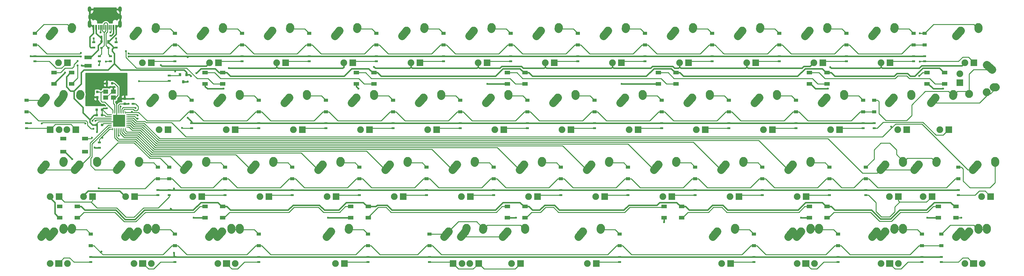
<source format=gbl>
G04 #@! TF.GenerationSoftware,KiCad,Pcbnew,(5.1.2)-1*
G04 #@! TF.CreationDate,2019-05-25T02:09:17-07:00*
G04 #@! TF.ProjectId,Voyager50,566f7961-6765-4723-9530-2e6b69636164,rev?*
G04 #@! TF.SameCoordinates,Original*
G04 #@! TF.FileFunction,Copper,L2,Bot*
G04 #@! TF.FilePolarity,Positive*
%FSLAX46Y46*%
G04 Gerber Fmt 4.6, Leading zero omitted, Abs format (unit mm)*
G04 Created by KiCad (PCBNEW (5.1.2)-1) date 2019-05-25 02:09:17*
%MOMM*%
%LPD*%
G04 APERTURE LIST*
%ADD10R,1.905000X1.905000*%
%ADD11C,1.905000*%
%ADD12C,2.250000*%
%ADD13C,2.250000*%
%ADD14R,0.900000X0.500000*%
%ADD15R,1.200000X0.900000*%
%ADD16R,1.600000X1.000000*%
%ADD17R,0.250000X0.700000*%
%ADD18R,0.700000X0.250000*%
%ADD19R,1.725000X1.725000*%
%ADD20R,1.800000X1.100000*%
%ADD21R,0.800000X0.750000*%
%ADD22R,0.750000X0.800000*%
%ADD23R,2.030000X1.140000*%
%ADD24R,0.800000X0.900000*%
%ADD25R,0.700000X1.000000*%
%ADD26R,0.700000X0.600000*%
%ADD27O,1.000000X1.600000*%
%ADD28O,1.000000X2.100000*%
%ADD29R,0.300000X1.450000*%
%ADD30R,0.600000X1.450000*%
%ADD31R,1.400000X1.200000*%
%ADD32C,0.600000*%
%ADD33C,0.254000*%
%ADD34C,0.381000*%
%ADD35C,0.203200*%
G04 APERTURE END LIST*
D10*
X158273750Y-101917500D03*
D11*
X160813750Y-101917500D03*
D12*
X157043750Y-92837500D03*
X156388751Y-93567500D03*
D13*
X155733750Y-94297500D02*
X157043752Y-92837500D01*
D12*
X162083750Y-91757500D03*
X162063750Y-92047500D03*
D13*
X162043750Y-92337500D02*
X162083750Y-91757500D01*
D14*
X205581250Y-101556250D03*
X205581250Y-100056250D03*
X134143750Y-101556250D03*
X134143750Y-100056250D03*
D10*
X198913750Y-101917500D03*
D11*
X196373750Y-101917500D03*
D12*
X195143750Y-92837500D03*
X194488751Y-93567500D03*
D13*
X193833750Y-94297500D02*
X195143752Y-92837500D01*
D12*
X200183750Y-91757500D03*
X200163750Y-92047500D03*
D13*
X200143750Y-92337500D02*
X200183750Y-91757500D01*
D10*
X127476250Y-101917500D03*
D11*
X124936250Y-101917500D03*
D12*
X123706250Y-92837500D03*
X123051251Y-93567500D03*
D13*
X122396250Y-94297500D02*
X123706252Y-92837500D01*
D12*
X128746250Y-91757500D03*
X128726250Y-92047500D03*
D13*
X128706250Y-92337500D02*
X128746250Y-91757500D01*
D15*
X205581250Y-96900000D03*
X205581250Y-93600000D03*
X134143750Y-96900000D03*
X134143750Y-93600000D03*
D12*
X304681250Y-53712500D03*
X309681250Y-53212500D03*
D11*
X302101250Y-47942500D03*
D10*
X302101250Y-50482500D03*
D12*
X311181250Y-46712500D03*
X310451254Y-46057495D03*
D13*
X309721250Y-45402500D02*
X311181258Y-46712490D01*
D12*
X312261250Y-51752500D03*
X311971250Y-51732499D03*
D13*
X311681250Y-51712500D02*
X312261250Y-51752498D01*
D10*
X287020000Y-63817500D03*
D11*
X284480000Y-63817500D03*
D12*
X283250000Y-54737500D03*
X282595001Y-55467500D03*
D13*
X281940000Y-56197500D02*
X283250002Y-54737500D01*
D12*
X288290000Y-53657500D03*
X288270000Y-53947500D03*
D13*
X288250000Y-54237500D02*
X288290000Y-53657500D01*
D12*
X47763750Y-72997500D03*
D13*
X47743750Y-73287500D02*
X47783750Y-72707500D01*
D12*
X47783750Y-72707500D03*
X42088751Y-74517500D03*
D13*
X41433750Y-75247500D02*
X42743752Y-73787500D01*
D12*
X42743750Y-73787500D03*
D11*
X43973750Y-82867500D03*
D10*
X46513750Y-82867500D03*
D16*
X51712500Y-85712500D03*
X51712500Y-88912500D03*
X46712500Y-85712500D03*
X46712500Y-88912500D03*
X297775000Y-47612500D03*
X297775000Y-50812500D03*
X292775000Y-47612500D03*
X292775000Y-50812500D03*
D10*
X282257500Y-101917500D03*
D11*
X279717500Y-101917500D03*
D12*
X278487500Y-92837500D03*
X277832501Y-93567500D03*
D13*
X277177500Y-94297500D02*
X278487502Y-92837500D01*
D12*
X283527500Y-91757500D03*
X283507500Y-92047500D03*
D13*
X283487500Y-92337500D02*
X283527500Y-91757500D01*
D10*
X258286250Y-101917500D03*
D11*
X260826250Y-101917500D03*
D12*
X257056250Y-92837500D03*
X256401251Y-93567500D03*
D13*
X255746250Y-94297500D02*
X257056252Y-92837500D01*
D12*
X262096250Y-91757500D03*
X262076250Y-92047500D03*
D13*
X262056250Y-92337500D02*
X262096250Y-91757500D01*
D10*
X282098750Y-101917500D03*
D11*
X284638750Y-101917500D03*
D12*
X280868750Y-92837500D03*
X280213751Y-93567500D03*
D13*
X279558750Y-94297500D02*
X280868752Y-92837500D01*
D12*
X285908750Y-91757500D03*
X285888750Y-92047500D03*
D13*
X285868750Y-92337500D02*
X285908750Y-91757500D01*
D10*
X306070000Y-101917500D03*
D11*
X303530000Y-101917500D03*
D12*
X302300000Y-92837500D03*
X301645001Y-93567500D03*
D13*
X300990000Y-94297500D02*
X302300002Y-92837500D01*
D12*
X307340000Y-91757500D03*
X307320000Y-92047500D03*
D13*
X307300000Y-92337500D02*
X307340000Y-91757500D01*
D10*
X305911250Y-101917500D03*
D11*
X308451250Y-101917500D03*
D12*
X304681250Y-92837500D03*
X304026251Y-93567500D03*
D13*
X303371250Y-94297500D02*
X304681252Y-92837500D01*
D12*
X309721250Y-91757500D03*
X309701250Y-92047500D03*
D13*
X309681250Y-92337500D02*
X309721250Y-91757500D01*
D10*
X258445000Y-101917500D03*
D11*
X255905000Y-101917500D03*
D12*
X254675000Y-92837500D03*
X254020001Y-93567500D03*
D13*
X253365000Y-94297500D02*
X254675002Y-92837500D01*
D12*
X259715000Y-91757500D03*
X259695000Y-92047500D03*
D13*
X259675000Y-92337500D02*
X259715000Y-91757500D01*
D10*
X70167500Y-101917500D03*
D11*
X72707500Y-101917500D03*
D12*
X68937500Y-92837500D03*
X68282501Y-93567500D03*
D13*
X67627500Y-94297500D02*
X68937502Y-92837500D01*
D12*
X73977500Y-91757500D03*
X73957500Y-92047500D03*
D13*
X73937500Y-92337500D02*
X73977500Y-91757500D01*
D10*
X46355000Y-101917500D03*
D11*
X48895000Y-101917500D03*
D12*
X45125000Y-92837500D03*
X44470001Y-93567500D03*
D13*
X43815000Y-94297500D02*
X45125002Y-92837500D01*
D12*
X50165000Y-91757500D03*
X50145000Y-92047500D03*
D13*
X50125000Y-92337500D02*
X50165000Y-91757500D01*
D10*
X93980000Y-101917500D03*
D11*
X96520000Y-101917500D03*
D12*
X92750000Y-92837500D03*
X92095001Y-93567500D03*
D13*
X91440000Y-94297500D02*
X92750002Y-92837500D01*
D12*
X97790000Y-91757500D03*
X97770000Y-92047500D03*
D13*
X97750000Y-92337500D02*
X97790000Y-91757500D01*
D17*
X61813500Y-58909250D03*
X62313500Y-58909250D03*
X62813500Y-58909250D03*
X63313500Y-58909250D03*
X63813500Y-58909250D03*
X64313500Y-58909250D03*
X64813500Y-58909250D03*
X65313500Y-58909250D03*
D18*
X65963500Y-59559250D03*
X65963500Y-60059250D03*
X65963500Y-60559250D03*
X65963500Y-61059250D03*
X65963500Y-61559250D03*
X65963500Y-62059250D03*
X65963500Y-62559250D03*
X65963500Y-63059250D03*
D17*
X65313500Y-63709250D03*
X64813500Y-63709250D03*
X64313500Y-63709250D03*
X63813500Y-63709250D03*
X63313500Y-63709250D03*
X62813500Y-63709250D03*
X62313500Y-63709250D03*
X61813500Y-63709250D03*
D18*
X61163500Y-63059250D03*
X61163500Y-62559250D03*
X61163500Y-62059250D03*
X61163500Y-61559250D03*
X61163500Y-61059250D03*
X61163500Y-60559250D03*
X61163500Y-60059250D03*
X61163500Y-59559250D03*
D19*
X64426000Y-62171750D03*
X62701000Y-62171750D03*
X64426000Y-60446750D03*
X62701000Y-60446750D03*
D10*
X237013750Y-101917500D03*
D11*
X234473750Y-101917500D03*
D12*
X233243750Y-92837500D03*
X232588751Y-93567500D03*
D13*
X231933750Y-94297500D02*
X233243752Y-92837500D01*
D12*
X238283750Y-91757500D03*
X238263750Y-92047500D03*
D13*
X238243750Y-92337500D02*
X238283750Y-91757500D01*
D14*
X62706250Y-40437500D03*
X62706250Y-38937500D03*
X56356250Y-40437500D03*
X56356250Y-38937500D03*
X103187500Y-101556250D03*
X103187500Y-100056250D03*
X67532250Y-55003000D03*
X67532250Y-56503000D03*
X57943750Y-69012500D03*
X57943750Y-67512500D03*
X77787500Y-48462500D03*
X77787500Y-49962500D03*
X61118750Y-44406250D03*
X61118750Y-42906250D03*
X57943750Y-44406250D03*
X57943750Y-42906250D03*
X296862500Y-101556250D03*
X296862500Y-100056250D03*
X243681250Y-101556250D03*
X243681250Y-100056250D03*
X151606250Y-101556250D03*
X151606250Y-100056250D03*
X79375000Y-101556250D03*
X79375000Y-100056250D03*
X55562500Y-101556250D03*
X55562500Y-100056250D03*
X301625000Y-82506250D03*
X301625000Y-81006250D03*
X246062500Y-82506250D03*
X246062500Y-81006250D03*
X227012500Y-82506250D03*
X227012500Y-81006250D03*
X207962500Y-82506250D03*
X207962500Y-81006250D03*
X188912500Y-82506250D03*
X188912500Y-81006250D03*
X169862500Y-82506250D03*
X169862500Y-81006250D03*
X150812500Y-82506250D03*
X150812500Y-81006250D03*
X131762500Y-82506250D03*
X131762500Y-81006250D03*
X112712500Y-82506250D03*
X112712500Y-81006250D03*
X93662500Y-82506250D03*
X93662500Y-81006250D03*
X77787500Y-82506250D03*
X77787500Y-81006250D03*
X74612500Y-82506250D03*
X74612500Y-81006250D03*
X277812500Y-63456250D03*
X277812500Y-61956250D03*
X255587500Y-63456250D03*
X255587500Y-61956250D03*
X236537500Y-63456250D03*
X236537500Y-61956250D03*
X217487500Y-63456250D03*
X217487500Y-61956250D03*
X198437500Y-63456250D03*
X198437500Y-61956250D03*
X179387500Y-63456250D03*
X179387500Y-61956250D03*
X160337500Y-63456250D03*
X160337500Y-61956250D03*
X141287500Y-63456250D03*
X141287500Y-61956250D03*
X122237500Y-63456250D03*
X122237500Y-61956250D03*
X103187500Y-63456250D03*
X103187500Y-61956250D03*
X84137500Y-63456250D03*
X84137500Y-61956250D03*
X37306250Y-63456250D03*
X37306250Y-61956250D03*
X292100000Y-44406250D03*
X292100000Y-42906250D03*
X250825000Y-44406250D03*
X250825000Y-42906250D03*
X231775000Y-44406250D03*
X231775000Y-42906250D03*
X212725000Y-44406250D03*
X212725000Y-42906250D03*
X193675000Y-44406250D03*
X193675000Y-42906250D03*
X174625000Y-44406250D03*
X174625000Y-42906250D03*
X155575000Y-44406250D03*
X155575000Y-42906250D03*
X136525000Y-44406250D03*
X136525000Y-42906250D03*
X117475000Y-44406250D03*
X117475000Y-42906250D03*
X98425000Y-44406250D03*
X98425000Y-42906250D03*
X79375000Y-44406250D03*
X79375000Y-42906250D03*
X39687500Y-44406250D03*
X39687500Y-42906250D03*
X291306250Y-101556250D03*
X291306250Y-100056250D03*
X275431250Y-82506250D03*
X275431250Y-81006250D03*
X288925000Y-44406250D03*
X288925000Y-42906250D03*
X267493750Y-101556250D03*
X267493750Y-100056250D03*
X265112500Y-82506250D03*
X265112500Y-81006250D03*
X274637500Y-63456250D03*
X274637500Y-61956250D03*
X269875000Y-44406250D03*
X269875000Y-42906250D03*
D20*
X47700000Y-70112500D03*
X53900000Y-66412500D03*
X47700000Y-66412500D03*
X53900000Y-70112500D03*
D10*
X70326250Y-101917500D03*
D11*
X67786250Y-101917500D03*
D12*
X66556250Y-92837500D03*
X65901251Y-93567500D03*
D13*
X65246250Y-94297500D02*
X66556252Y-92837500D01*
D12*
X71596250Y-91757500D03*
X71576250Y-92047500D03*
D13*
X71556250Y-92337500D02*
X71596250Y-91757500D01*
D10*
X310832500Y-82867500D03*
D11*
X308292500Y-82867500D03*
D12*
X307062500Y-73787500D03*
X306407501Y-74517500D03*
D13*
X305752500Y-75247500D02*
X307062502Y-73787500D01*
D12*
X312102500Y-72707500D03*
X312082500Y-72997500D03*
D13*
X312062500Y-73287500D02*
X312102500Y-72707500D01*
D10*
X284638750Y-82867500D03*
D11*
X282098750Y-82867500D03*
D12*
X280868750Y-73787500D03*
X280213751Y-74517500D03*
D13*
X279558750Y-75247500D02*
X280868752Y-73787500D01*
D12*
X285908750Y-72707500D03*
X285888750Y-72997500D03*
D13*
X285868750Y-73287500D02*
X285908750Y-72707500D01*
D10*
X177482500Y-101917500D03*
D11*
X174942500Y-101917500D03*
D12*
X173712500Y-92837500D03*
X173057501Y-93567500D03*
D13*
X172402500Y-94297500D02*
X173712502Y-92837500D01*
D12*
X178752500Y-91757500D03*
X178732500Y-92047500D03*
D13*
X178712500Y-92337500D02*
X178752500Y-91757500D01*
D10*
X165576250Y-101917500D03*
D11*
X163036250Y-101917500D03*
D12*
X161806250Y-92837500D03*
X161151251Y-93567500D03*
D13*
X160496250Y-94297500D02*
X161806252Y-92837500D01*
D12*
X166846250Y-91757500D03*
X166826250Y-92047500D03*
D13*
X166806250Y-92337500D02*
X166846250Y-91757500D01*
D10*
X294163750Y-82867500D03*
D11*
X291623750Y-82867500D03*
D12*
X290393750Y-73787500D03*
X289738751Y-74517500D03*
D13*
X289083750Y-75247500D02*
X290393752Y-73787500D01*
D12*
X295433750Y-72707500D03*
X295413750Y-72997500D03*
D13*
X295393750Y-73287500D02*
X295433750Y-72707500D01*
D10*
X282257500Y-44767500D03*
D11*
X279717500Y-44767500D03*
D12*
X278487500Y-35687500D03*
X277832501Y-36417500D03*
D13*
X277177500Y-37147500D02*
X278487502Y-35687500D01*
D12*
X283527500Y-34607500D03*
X283507500Y-34897500D03*
D13*
X283487500Y-35187500D02*
X283527500Y-34607500D01*
D10*
X263207500Y-44767500D03*
D11*
X260667500Y-44767500D03*
D12*
X259437500Y-35687500D03*
X258782501Y-36417500D03*
D13*
X258127500Y-37147500D02*
X259437502Y-35687500D01*
D12*
X264477500Y-34607500D03*
X264457500Y-34897500D03*
D13*
X264437500Y-35187500D02*
X264477500Y-34607500D01*
D10*
X258445000Y-82867500D03*
D11*
X255905000Y-82867500D03*
D12*
X254675000Y-73787500D03*
X254020001Y-74517500D03*
D13*
X253365000Y-75247500D02*
X254675002Y-73787500D01*
D12*
X259715000Y-72707500D03*
X259695000Y-72997500D03*
D13*
X259675000Y-73287500D02*
X259715000Y-72707500D01*
D10*
X267970000Y-63817500D03*
D11*
X265430000Y-63817500D03*
D12*
X264200000Y-54737500D03*
X263545001Y-55467500D03*
D13*
X262890000Y-56197500D02*
X264200002Y-54737500D01*
D12*
X269240000Y-53657500D03*
X269220000Y-53947500D03*
D13*
X269200000Y-54237500D02*
X269240000Y-53657500D01*
D15*
X291306250Y-96900000D03*
X291306250Y-93600000D03*
X275431250Y-77850000D03*
X275431250Y-74550000D03*
X288925000Y-39750000D03*
X288925000Y-36450000D03*
X267493750Y-96900000D03*
X267493750Y-93600000D03*
X265112500Y-77850000D03*
X265112500Y-74550000D03*
X274637500Y-58800000D03*
X274637500Y-55500000D03*
X269875000Y-39750000D03*
X269875000Y-36450000D03*
D21*
X58757250Y-58134250D03*
X57257250Y-58134250D03*
X57257250Y-59721750D03*
X58757250Y-59721750D03*
D22*
X65151000Y-56503000D03*
X65151000Y-55003000D03*
D21*
X58757250Y-62484000D03*
X57257250Y-62484000D03*
D22*
X57372250Y-54598000D03*
X57372250Y-53098000D03*
D21*
X61583000Y-50673000D03*
X60083000Y-50673000D03*
D15*
X39687500Y-36450000D03*
X39687500Y-39750000D03*
X79375000Y-39750000D03*
X79375000Y-36450000D03*
X98425000Y-36450000D03*
X98425000Y-39750000D03*
X117475000Y-36450000D03*
X117475000Y-39750000D03*
X136525000Y-36450000D03*
X136525000Y-39750000D03*
X155575000Y-39750000D03*
X155575000Y-36450000D03*
X174625000Y-36450000D03*
X174625000Y-39750000D03*
X193675000Y-36450000D03*
X193675000Y-39750000D03*
X212725000Y-39750000D03*
X212725000Y-36450000D03*
X231775000Y-39750000D03*
X231775000Y-36450000D03*
X250825000Y-39750000D03*
X250825000Y-36450000D03*
X292100000Y-36450000D03*
X292100000Y-39750000D03*
X37306250Y-58800000D03*
X37306250Y-55500000D03*
X84137500Y-58800000D03*
X84137500Y-55500000D03*
X103187500Y-55500000D03*
X103187500Y-58800000D03*
X122237500Y-55500000D03*
X122237500Y-58800000D03*
X141287500Y-58800000D03*
X141287500Y-55500000D03*
X160337500Y-58800000D03*
X160337500Y-55500000D03*
X179387500Y-58800000D03*
X179387500Y-55500000D03*
X198437500Y-55500000D03*
X198437500Y-58800000D03*
X217487500Y-58800000D03*
X217487500Y-55500000D03*
X236537500Y-58800000D03*
X236537500Y-55500000D03*
X255587500Y-58800000D03*
X255587500Y-55500000D03*
X277812500Y-58800000D03*
X277812500Y-55500000D03*
X74612500Y-74550000D03*
X74612500Y-77850000D03*
X77787500Y-74550000D03*
X77787500Y-77850000D03*
X93662500Y-77850000D03*
X93662500Y-74550000D03*
X112712500Y-74550000D03*
X112712500Y-77850000D03*
X131762500Y-77850000D03*
X131762500Y-74550000D03*
X150812500Y-74550000D03*
X150812500Y-77850000D03*
X169862500Y-77850000D03*
X169862500Y-74550000D03*
X188912500Y-74550000D03*
X188912500Y-77850000D03*
X207962500Y-74550000D03*
X207962500Y-77850000D03*
X227012500Y-74550000D03*
X227012500Y-77850000D03*
X246062500Y-74550000D03*
X246062500Y-77850000D03*
X301625000Y-74550000D03*
X301625000Y-77850000D03*
X55562500Y-96900000D03*
X55562500Y-93600000D03*
X79375000Y-93600000D03*
X79375000Y-96900000D03*
X151606250Y-93600000D03*
X151606250Y-96900000D03*
X243681250Y-93600000D03*
X243681250Y-96900000D03*
X296862500Y-96900000D03*
X296862500Y-93600000D03*
X103187500Y-96900000D03*
X103187500Y-93600000D03*
D23*
X54768750Y-43250000D03*
X54768750Y-45650000D03*
D12*
X221595000Y-72997500D03*
D13*
X221575000Y-73287500D02*
X221615000Y-72707500D01*
D12*
X221615000Y-72707500D03*
X215920001Y-74517500D03*
D13*
X215265000Y-75247500D02*
X216575002Y-73787500D01*
D12*
X216575000Y-73787500D03*
D11*
X217805000Y-82867500D03*
D10*
X220345000Y-82867500D03*
D12*
X240645000Y-72997500D03*
D13*
X240625000Y-73287500D02*
X240665000Y-72707500D01*
D12*
X240665000Y-72707500D03*
X234970001Y-74517500D03*
D13*
X234315000Y-75247500D02*
X235625002Y-73787500D01*
D12*
X235625000Y-73787500D03*
D11*
X236855000Y-82867500D03*
D10*
X239395000Y-82867500D03*
D12*
X250170000Y-53947500D03*
D13*
X250150000Y-54237500D02*
X250190000Y-53657500D01*
D12*
X250190000Y-53657500D03*
X244495001Y-55467500D03*
D13*
X243840000Y-56197500D02*
X245150002Y-54737500D01*
D12*
X245150000Y-54737500D03*
D11*
X246380000Y-63817500D03*
D10*
X248920000Y-63817500D03*
X306070000Y-44767500D03*
D11*
X303530000Y-44767500D03*
D12*
X302300000Y-35687500D03*
X301645001Y-36417500D03*
D13*
X300990000Y-37147500D02*
X302300002Y-35687500D01*
D12*
X307340000Y-34607500D03*
X307320000Y-34897500D03*
D13*
X307300000Y-35187500D02*
X307340000Y-34607500D01*
D12*
X78720000Y-53947500D03*
D13*
X78700000Y-54237500D02*
X78740000Y-53657500D01*
D12*
X78740000Y-53657500D03*
X73045001Y-55467500D03*
D13*
X72390000Y-56197500D02*
X73700002Y-54737500D01*
D12*
X73700000Y-54737500D03*
D11*
X74930000Y-63817500D03*
D10*
X77470000Y-63817500D03*
X94138750Y-101917500D03*
D11*
X91598750Y-101917500D03*
D12*
X90368750Y-92837500D03*
X89713751Y-93567500D03*
D13*
X89058750Y-94297500D02*
X90368752Y-92837500D01*
D12*
X95408750Y-91757500D03*
X95388750Y-92047500D03*
D13*
X95368750Y-92337500D02*
X95408750Y-91757500D01*
D10*
X163195000Y-82867500D03*
D11*
X160655000Y-82867500D03*
D12*
X159425000Y-73787500D03*
X158770001Y-74517500D03*
D13*
X158115000Y-75247500D02*
X159425002Y-73787500D01*
D12*
X164465000Y-72707500D03*
X164445000Y-72997500D03*
D13*
X164425000Y-73287500D02*
X164465000Y-72707500D01*
D10*
X125095000Y-82867500D03*
D11*
X122555000Y-82867500D03*
D12*
X121325000Y-73787500D03*
X120670001Y-74517500D03*
D13*
X120015000Y-75247500D02*
X121325002Y-73787500D01*
D12*
X126365000Y-72707500D03*
X126345000Y-72997500D03*
D13*
X126325000Y-73287500D02*
X126365000Y-72707500D01*
D12*
X52526250Y-53947500D03*
D13*
X52506250Y-54237500D02*
X52546250Y-53657500D01*
D12*
X52546250Y-53657500D03*
X46851251Y-55467500D03*
D13*
X46196250Y-56197500D02*
X47506252Y-54737500D01*
D12*
X47506250Y-54737500D03*
D11*
X48736250Y-63817500D03*
D10*
X51276250Y-63817500D03*
D12*
X47763750Y-53947500D03*
D13*
X47743750Y-54237500D02*
X47783750Y-53657500D01*
D12*
X47783750Y-53657500D03*
X42088751Y-55467500D03*
D13*
X41433750Y-56197500D02*
X42743752Y-54737500D01*
D12*
X42743750Y-54737500D03*
D11*
X46513750Y-63817500D03*
D10*
X43973750Y-63817500D03*
D12*
X47763750Y-92047500D03*
D13*
X47743750Y-92337500D02*
X47783750Y-91757500D01*
D12*
X47783750Y-91757500D03*
X42088751Y-93567500D03*
D13*
X41433750Y-94297500D02*
X42743752Y-92837500D01*
D12*
X42743750Y-92837500D03*
D11*
X43973750Y-101917500D03*
D10*
X46513750Y-101917500D03*
X115570000Y-63817500D03*
D11*
X113030000Y-63817500D03*
D12*
X111800000Y-54737500D03*
X111145001Y-55467500D03*
D13*
X110490000Y-56197500D02*
X111800002Y-54737500D01*
D12*
X116840000Y-53657500D03*
X116820000Y-53947500D03*
D13*
X116800000Y-54237500D02*
X116840000Y-53657500D01*
D10*
X110807500Y-44767500D03*
D11*
X108267500Y-44767500D03*
D12*
X107037500Y-35687500D03*
X106382501Y-36417500D03*
D13*
X105727500Y-37147500D02*
X107037502Y-35687500D01*
D12*
X112077500Y-34607500D03*
X112057500Y-34897500D03*
D13*
X112037500Y-35187500D02*
X112077500Y-34607500D01*
D12*
X135870000Y-53947500D03*
D13*
X135850000Y-54237500D02*
X135890000Y-53657500D01*
D12*
X135890000Y-53657500D03*
X130195001Y-55467500D03*
D13*
X129540000Y-56197500D02*
X130850002Y-54737500D01*
D12*
X130850000Y-54737500D03*
D11*
X132080000Y-63817500D03*
D10*
X134620000Y-63817500D03*
X153670000Y-63817500D03*
D11*
X151130000Y-63817500D03*
D12*
X149900000Y-54737500D03*
X149245001Y-55467500D03*
D13*
X148590000Y-56197500D02*
X149900002Y-54737500D01*
D12*
X154940000Y-53657500D03*
X154920000Y-53947500D03*
D13*
X154900000Y-54237500D02*
X154940000Y-53657500D01*
D10*
X172720000Y-63817500D03*
D11*
X170180000Y-63817500D03*
D12*
X168950000Y-54737500D03*
X168295001Y-55467500D03*
D13*
X167640000Y-56197500D02*
X168950002Y-54737500D01*
D12*
X173990000Y-53657500D03*
X173970000Y-53947500D03*
D13*
X173950000Y-54237500D02*
X173990000Y-53657500D01*
D12*
X207307500Y-34897500D03*
D13*
X207287500Y-35187500D02*
X207327500Y-34607500D01*
D12*
X207327500Y-34607500D03*
X201632501Y-36417500D03*
D13*
X200977500Y-37147500D02*
X202287502Y-35687500D01*
D12*
X202287500Y-35687500D03*
D11*
X203517500Y-44767500D03*
D10*
X206057500Y-44767500D03*
X191770000Y-63817500D03*
D11*
X189230000Y-63817500D03*
D12*
X188000000Y-54737500D03*
X187345001Y-55467500D03*
D13*
X186690000Y-56197500D02*
X188000002Y-54737500D01*
D12*
X193040000Y-53657500D03*
X193020000Y-53947500D03*
D13*
X193000000Y-54237500D02*
X193040000Y-53657500D01*
D10*
X210820000Y-63817500D03*
D11*
X208280000Y-63817500D03*
D12*
X207050000Y-54737500D03*
X206395001Y-55467500D03*
D13*
X205740000Y-56197500D02*
X207050002Y-54737500D01*
D12*
X212090000Y-53657500D03*
X212070000Y-53947500D03*
D13*
X212050000Y-54237500D02*
X212090000Y-53657500D01*
D12*
X231120000Y-53947500D03*
D13*
X231100000Y-54237500D02*
X231140000Y-53657500D01*
D12*
X231140000Y-53657500D03*
X225445001Y-55467500D03*
D13*
X224790000Y-56197500D02*
X226100002Y-54737500D01*
D12*
X226100000Y-54737500D03*
D11*
X227330000Y-63817500D03*
D10*
X229870000Y-63817500D03*
D12*
X202545000Y-72997500D03*
D13*
X202525000Y-73287500D02*
X202565000Y-72707500D01*
D12*
X202565000Y-72707500D03*
X196870001Y-74517500D03*
D13*
X196215000Y-75247500D02*
X197525002Y-73787500D01*
D12*
X197525000Y-73787500D03*
D11*
X198755000Y-82867500D03*
D10*
X201295000Y-82867500D03*
D12*
X183495000Y-72997500D03*
D13*
X183475000Y-73287500D02*
X183515000Y-72707500D01*
D12*
X183515000Y-72707500D03*
X177820001Y-74517500D03*
D13*
X177165000Y-75247500D02*
X178475002Y-73787500D01*
D12*
X178475000Y-73787500D03*
D11*
X179705000Y-82867500D03*
D10*
X182245000Y-82867500D03*
D12*
X226357500Y-34897500D03*
D13*
X226337500Y-35187500D02*
X226377500Y-34607500D01*
D12*
X226377500Y-34607500D03*
X220682501Y-36417500D03*
D13*
X220027500Y-37147500D02*
X221337502Y-35687500D01*
D12*
X221337500Y-35687500D03*
D11*
X222567500Y-44767500D03*
D10*
X225107500Y-44767500D03*
D12*
X245407500Y-34897500D03*
D13*
X245387500Y-35187500D02*
X245427500Y-34607500D01*
D12*
X245427500Y-34607500D03*
X239732501Y-36417500D03*
D13*
X239077500Y-37147500D02*
X240387502Y-35687500D01*
D12*
X240387500Y-35687500D03*
D11*
X241617500Y-44767500D03*
D10*
X244157500Y-44767500D03*
X72707500Y-44767500D03*
D11*
X70167500Y-44767500D03*
D12*
X68937500Y-35687500D03*
X68282501Y-36417500D03*
D13*
X67627500Y-37147500D02*
X68937502Y-35687500D01*
D12*
X73977500Y-34607500D03*
X73957500Y-34897500D03*
D13*
X73937500Y-35187500D02*
X73977500Y-34607500D01*
D12*
X131107500Y-34897500D03*
D13*
X131087500Y-35187500D02*
X131127500Y-34607500D01*
D12*
X131127500Y-34607500D03*
X125432501Y-36417500D03*
D13*
X124777500Y-37147500D02*
X126087502Y-35687500D01*
D12*
X126087500Y-35687500D03*
D11*
X127317500Y-44767500D03*
D10*
X129857500Y-44767500D03*
X96520000Y-63817500D03*
D11*
X93980000Y-63817500D03*
D12*
X92750000Y-54737500D03*
X92095001Y-55467500D03*
D13*
X91440000Y-56197500D02*
X92750002Y-54737500D01*
D12*
X97790000Y-53657500D03*
X97770000Y-53947500D03*
D13*
X97750000Y-54237500D02*
X97790000Y-53657500D01*
D12*
X57288750Y-72997500D03*
D13*
X57268750Y-73287500D02*
X57308750Y-72707500D01*
D12*
X57308750Y-72707500D03*
X51613751Y-74517500D03*
D13*
X50958750Y-75247500D02*
X52268752Y-73787500D01*
D12*
X52268750Y-73787500D03*
D11*
X53498750Y-82867500D03*
D10*
X56038750Y-82867500D03*
X67945000Y-82867500D03*
D11*
X65405000Y-82867500D03*
D12*
X64175000Y-73787500D03*
X63520001Y-74517500D03*
D13*
X62865000Y-75247500D02*
X64175002Y-73787500D01*
D12*
X69215000Y-72707500D03*
X69195000Y-72997500D03*
D13*
X69175000Y-73287500D02*
X69215000Y-72707500D01*
D12*
X150157500Y-34897500D03*
D13*
X150137500Y-35187500D02*
X150177500Y-34607500D01*
D12*
X150177500Y-34607500D03*
X144482501Y-36417500D03*
D13*
X143827500Y-37147500D02*
X145137502Y-35687500D01*
D12*
X145137500Y-35687500D03*
D11*
X146367500Y-44767500D03*
D10*
X148907500Y-44767500D03*
D12*
X50145000Y-34897500D03*
D13*
X50125000Y-35187500D02*
X50165000Y-34607500D01*
D12*
X50165000Y-34607500D03*
X44470001Y-36417500D03*
D13*
X43815000Y-37147500D02*
X45125002Y-35687500D01*
D12*
X45125000Y-35687500D03*
D11*
X46355000Y-44767500D03*
D10*
X48895000Y-44767500D03*
X187007500Y-44767500D03*
D11*
X184467500Y-44767500D03*
D12*
X183237500Y-35687500D03*
X182582501Y-36417500D03*
D13*
X181927500Y-37147500D02*
X183237502Y-35687500D01*
D12*
X188277500Y-34607500D03*
X188257500Y-34897500D03*
D13*
X188237500Y-35187500D02*
X188277500Y-34607500D01*
D12*
X145395000Y-72997500D03*
D13*
X145375000Y-73287500D02*
X145415000Y-72707500D01*
D12*
X145415000Y-72707500D03*
X139720001Y-74517500D03*
D13*
X139065000Y-75247500D02*
X140375002Y-73787500D01*
D12*
X140375000Y-73787500D03*
D11*
X141605000Y-82867500D03*
D10*
X144145000Y-82867500D03*
D12*
X93007500Y-34897500D03*
D13*
X92987500Y-35187500D02*
X93027500Y-34607500D01*
D12*
X93027500Y-34607500D03*
X87332501Y-36417500D03*
D13*
X86677500Y-37147500D02*
X87987502Y-35687500D01*
D12*
X87987500Y-35687500D03*
D11*
X89217500Y-44767500D03*
D10*
X91757500Y-44767500D03*
D12*
X107295000Y-72997500D03*
D13*
X107275000Y-73287500D02*
X107315000Y-72707500D01*
D12*
X107315000Y-72707500D03*
X101620001Y-74517500D03*
D13*
X100965000Y-75247500D02*
X102275002Y-73787500D01*
D12*
X102275000Y-73787500D03*
D11*
X103505000Y-82867500D03*
D10*
X106045000Y-82867500D03*
X167957500Y-44767500D03*
D11*
X165417500Y-44767500D03*
D12*
X164187500Y-35687500D03*
X163532501Y-36417500D03*
D13*
X162877500Y-37147500D02*
X164187502Y-35687500D01*
D12*
X169227500Y-34607500D03*
X169207500Y-34897500D03*
D13*
X169187500Y-35187500D02*
X169227500Y-34607500D01*
D12*
X88245000Y-72997500D03*
D13*
X88225000Y-73287500D02*
X88265000Y-72707500D01*
D12*
X88265000Y-72707500D03*
X82570001Y-74517500D03*
D13*
X81915000Y-75247500D02*
X83225002Y-73787500D01*
D12*
X83225000Y-73787500D03*
D11*
X84455000Y-82867500D03*
D10*
X86995000Y-82867500D03*
D24*
X81756250Y-50212500D03*
X82706250Y-48212500D03*
X80806250Y-48212500D03*
D25*
X60563000Y-38905750D03*
D26*
X58563000Y-38705750D03*
X60563000Y-40605750D03*
X58563000Y-40605750D03*
D27*
X63851250Y-29587500D03*
X55211250Y-29587500D03*
D28*
X63851250Y-33767500D03*
X55211250Y-33767500D03*
D29*
X59281250Y-34682500D03*
X59781250Y-34682500D03*
X60281250Y-34682500D03*
X58781250Y-34682500D03*
X60781250Y-34682500D03*
X58281250Y-34682500D03*
X61281250Y-34682500D03*
X57781250Y-34682500D03*
D30*
X57081250Y-34682500D03*
X61981250Y-34682500D03*
X56306250Y-34682500D03*
X62756250Y-34682500D03*
D31*
X59733000Y-54698000D03*
X61933000Y-54698000D03*
X61933000Y-52998000D03*
X59733000Y-52998000D03*
D12*
X300176250Y-53947500D03*
D13*
X300156250Y-54237500D02*
X300196250Y-53657500D01*
D12*
X300196250Y-53657500D03*
X294501251Y-55467500D03*
D13*
X293846250Y-56197500D02*
X295156252Y-54737500D01*
D12*
X295156250Y-54737500D03*
D11*
X296386250Y-63817500D03*
D10*
X298926250Y-63817500D03*
D16*
X45125000Y-50812500D03*
X45125000Y-47612500D03*
X50125000Y-50812500D03*
X50125000Y-47612500D03*
X295950000Y-88912500D03*
X295950000Y-85712500D03*
X300950000Y-88912500D03*
X300950000Y-85712500D03*
X87987500Y-50812500D03*
X87987500Y-47612500D03*
X92987500Y-50812500D03*
X92987500Y-47612500D03*
X264437500Y-85712500D03*
X264437500Y-88912500D03*
X259437500Y-85712500D03*
X259437500Y-88912500D03*
X130850000Y-50812500D03*
X130850000Y-47612500D03*
X135850000Y-50812500D03*
X135850000Y-47612500D03*
X223162500Y-85712500D03*
X223162500Y-88912500D03*
X218162500Y-85712500D03*
X218162500Y-88912500D03*
X178712500Y-47612500D03*
X178712500Y-50812500D03*
X173712500Y-47612500D03*
X173712500Y-50812500D03*
X178712500Y-85712500D03*
X178712500Y-88912500D03*
X173712500Y-85712500D03*
X173712500Y-88912500D03*
X216575000Y-50812500D03*
X216575000Y-47612500D03*
X221575000Y-50812500D03*
X221575000Y-47612500D03*
X134262500Y-85712500D03*
X134262500Y-88912500D03*
X129262500Y-85712500D03*
X129262500Y-88912500D03*
X264437500Y-47612500D03*
X264437500Y-50812500D03*
X259437500Y-47612500D03*
X259437500Y-50812500D03*
X92987500Y-85712500D03*
X92987500Y-88912500D03*
X87987500Y-85712500D03*
X87987500Y-88912500D03*
D32*
X66294000Y-56515000D03*
X52959000Y-45593000D03*
X60071000Y-57785000D03*
X56642000Y-68961000D03*
X48260000Y-47625000D03*
X93218000Y-52197000D03*
X131445000Y-52197000D03*
X168021000Y-50800000D03*
X206121000Y-50800000D03*
X264668000Y-52197000D03*
X292862000Y-88900000D03*
X257048000Y-88900000D03*
X84709000Y-88900000D03*
X176149000Y-88900000D03*
X218186000Y-90170000D03*
X94742000Y-46355000D03*
X135890000Y-45974000D03*
X265303000Y-46101000D03*
X75438000Y-45466000D03*
X297307000Y-52197000D03*
X122821500Y-88912500D03*
X50292000Y-72263000D03*
X57277000Y-64516000D03*
X85471000Y-47752000D03*
X83947000Y-48641000D03*
X78232000Y-86360000D03*
X79502000Y-47244000D03*
X68834000Y-60706000D03*
X58547000Y-98552000D03*
X66294000Y-42164000D03*
X52705000Y-42037000D03*
X68199000Y-57658000D03*
X290703000Y-36449000D03*
X56261000Y-63627000D03*
X67183000Y-58801000D03*
X41656000Y-62103000D03*
X53975000Y-62103000D03*
X68834000Y-59817000D03*
X57785000Y-80518000D03*
X61087000Y-37084000D03*
X58547000Y-37338000D03*
X290703000Y-44450000D03*
X81407000Y-63373000D03*
X66294000Y-43053000D03*
X52705000Y-43053000D03*
X83058000Y-50165000D03*
X83058000Y-43180000D03*
X79121000Y-80645000D03*
X79121000Y-98933000D03*
X83058000Y-60452000D03*
X38608000Y-61976000D03*
X38481000Y-42926000D03*
X57912000Y-45466000D03*
X56007000Y-61341000D03*
X59817000Y-44450000D03*
X56896000Y-61341000D03*
X63500000Y-65532000D03*
X69215000Y-50038000D03*
X55880000Y-66167000D03*
X58801000Y-66167000D03*
X58293000Y-36195000D03*
X56388000Y-37846000D03*
X61087000Y-36195000D03*
X62738000Y-37846000D03*
X64008000Y-57277000D03*
X51816000Y-45593000D03*
X51816000Y-44323000D03*
X65532000Y-41529000D03*
X282575000Y-62992000D03*
X302514000Y-88900000D03*
X290576000Y-48514000D03*
D33*
X61163500Y-59559250D02*
X60289500Y-59559250D01*
X58864500Y-58134250D02*
X58757250Y-58134250D01*
X60289500Y-59559250D02*
X58864500Y-58134250D01*
X58757250Y-59721750D02*
X58757250Y-58134250D01*
X59436000Y-59721750D02*
X59773500Y-60059250D01*
X58757250Y-59721750D02*
X59436000Y-59721750D01*
X61163500Y-60059250D02*
X59773500Y-60059250D01*
D34*
X65405000Y-82867500D02*
X65341500Y-82867500D01*
X65341500Y-82867500D02*
X63754000Y-81280000D01*
X63754000Y-81280000D02*
X54737000Y-81280000D01*
X53498750Y-82518250D02*
X53498750Y-82867500D01*
X54737000Y-81280000D02*
X53498750Y-82518250D01*
X65163000Y-56515000D02*
X65151000Y-56503000D01*
X66294000Y-56515000D02*
X65163000Y-56515000D01*
X53016000Y-45650000D02*
X54768750Y-45650000D01*
X52959000Y-45593000D02*
X53016000Y-45650000D01*
X59106500Y-57785000D02*
X58757250Y-58134250D01*
X60071000Y-57785000D02*
X59106500Y-57785000D01*
D33*
X64147000Y-56503000D02*
X65151000Y-56503000D01*
X63766000Y-56503000D02*
X64147000Y-56503000D01*
X63313500Y-56955500D02*
X63766000Y-56503000D01*
X63313500Y-58909250D02*
X63313500Y-56955500D01*
D34*
X56693500Y-69012500D02*
X56642000Y-68961000D01*
X57943750Y-69012500D02*
X56693500Y-69012500D01*
X45125000Y-50812500D02*
X45125000Y-50760000D01*
X45125000Y-50760000D02*
X48260000Y-47625000D01*
X87987500Y-50812500D02*
X87987500Y-51538500D01*
X87987500Y-51538500D02*
X88646000Y-52197000D01*
X88646000Y-52197000D02*
X93218000Y-52197000D01*
X130850000Y-50812500D02*
X130850000Y-51602000D01*
X130850000Y-51602000D02*
X131445000Y-52197000D01*
X173712500Y-50812500D02*
X168033500Y-50812500D01*
X168033500Y-50812500D02*
X168021000Y-50800000D01*
X216575000Y-50812500D02*
X206133500Y-50812500D01*
X206133500Y-50812500D02*
X206121000Y-50800000D01*
X259437500Y-50812500D02*
X259727500Y-50812500D01*
X259727500Y-50812500D02*
X261112000Y-52197000D01*
X261112000Y-52197000D02*
X264668000Y-52197000D01*
X292874500Y-88912500D02*
X292862000Y-88900000D01*
X295950000Y-88912500D02*
X292874500Y-88912500D01*
X259437500Y-88912500D02*
X257060500Y-88912500D01*
X257060500Y-88912500D02*
X257048000Y-88900000D01*
X46494500Y-88912500D02*
X46712500Y-88912500D01*
X45339000Y-87757000D02*
X46494500Y-88912500D01*
X45339000Y-84582000D02*
X45339000Y-87757000D01*
X43973750Y-82867500D02*
X43973750Y-83216750D01*
X43973750Y-83216750D02*
X45339000Y-84582000D01*
X87987500Y-88912500D02*
X84721500Y-88912500D01*
X84721500Y-88912500D02*
X84709000Y-88900000D01*
X176136500Y-88912500D02*
X176149000Y-88900000D01*
X173712500Y-88912500D02*
X176136500Y-88912500D01*
X218162500Y-90146500D02*
X218162500Y-88912500D01*
X218186000Y-90170000D02*
X218162500Y-90146500D01*
X127317500Y-46037500D02*
X127317500Y-44767500D01*
X127000000Y-46355000D02*
X127317500Y-46037500D01*
X108585000Y-46355000D02*
X127000000Y-46355000D01*
X108267500Y-46037500D02*
X108585000Y-46355000D01*
X108267500Y-44767500D02*
X108267500Y-46037500D01*
X108267500Y-46037500D02*
X107950000Y-46355000D01*
X107950000Y-46355000D02*
X107315000Y-46355000D01*
X107315000Y-46355000D02*
X94742000Y-46355000D01*
X135890000Y-45974000D02*
X136271000Y-46355000D01*
X136271000Y-46355000D02*
X146050000Y-46355000D01*
X146367500Y-46037500D02*
X146367500Y-44767500D01*
X146050000Y-46355000D02*
X146367500Y-46037500D01*
X165417500Y-46037500D02*
X165417500Y-44767500D01*
X165100000Y-46355000D02*
X165417500Y-46037500D01*
X146367500Y-46037500D02*
X146685000Y-46355000D01*
X146685000Y-46355000D02*
X165100000Y-46355000D01*
X184467500Y-46037500D02*
X184467500Y-44767500D01*
X184150000Y-46355000D02*
X184467500Y-46037500D01*
X165735000Y-46355000D02*
X171577000Y-46355000D01*
X165417500Y-46037500D02*
X165735000Y-46355000D01*
X171577000Y-46355000D02*
X172085000Y-45847000D01*
X172085000Y-45847000D02*
X177673000Y-45847000D01*
X177673000Y-45847000D02*
X178181000Y-46355000D01*
X178181000Y-46355000D02*
X184150000Y-46355000D01*
X203517500Y-46037500D02*
X203517500Y-44767500D01*
X203200000Y-46355000D02*
X203517500Y-46037500D01*
X184467500Y-46037500D02*
X184785000Y-46355000D01*
X184785000Y-46355000D02*
X203200000Y-46355000D01*
X222567500Y-46037500D02*
X222567500Y-44767500D01*
X222250000Y-46355000D02*
X222567500Y-46037500D01*
X203835000Y-46355000D02*
X214376000Y-46355000D01*
X203517500Y-46037500D02*
X203835000Y-46355000D01*
X214376000Y-46355000D02*
X214884000Y-45847000D01*
X214884000Y-45847000D02*
X220599000Y-45847000D01*
X220599000Y-45847000D02*
X221107000Y-46355000D01*
X221107000Y-46355000D02*
X222250000Y-46355000D01*
X241617500Y-46037500D02*
X241617500Y-44767500D01*
X241300000Y-46355000D02*
X241617500Y-46037500D01*
X222567500Y-46037500D02*
X222885000Y-46355000D01*
X222885000Y-46355000D02*
X241300000Y-46355000D01*
X259588000Y-45847000D02*
X260667500Y-44767500D01*
X257810000Y-45847000D02*
X259588000Y-45847000D01*
X257302000Y-46355000D02*
X257810000Y-45847000D01*
X241617500Y-46037500D02*
X241935000Y-46355000D01*
X241935000Y-46355000D02*
X257302000Y-46355000D01*
X265303000Y-46101000D02*
X265557000Y-46355000D01*
X265557000Y-46355000D02*
X279400000Y-46355000D01*
X279717500Y-46037500D02*
X279717500Y-44767500D01*
X279400000Y-46355000D02*
X279717500Y-46037500D01*
X88265000Y-45720000D02*
X89217500Y-44767500D01*
X75692000Y-45720000D02*
X88265000Y-45720000D01*
X75438000Y-45466000D02*
X75692000Y-45720000D01*
X302641000Y-45656500D02*
X303530000Y-44767500D01*
X291274500Y-45656500D02*
X302641000Y-45656500D01*
X290576000Y-46355000D02*
X291274500Y-45656500D01*
X280035000Y-46355000D02*
X290576000Y-46355000D01*
X279717500Y-46037500D02*
X280035000Y-46355000D01*
X292775000Y-50812500D02*
X293128500Y-50812500D01*
X293128500Y-50812500D02*
X294513000Y-52197000D01*
X294513000Y-52197000D02*
X297307000Y-52197000D01*
X127495500Y-88912500D02*
X129262500Y-88912500D01*
X127495500Y-88912500D02*
X122821500Y-88912500D01*
D33*
X61163500Y-61559250D02*
X57789000Y-61559250D01*
X57257250Y-62091000D02*
X57257250Y-62484000D01*
X57789000Y-61559250D02*
X57257250Y-62091000D01*
X62088500Y-61559250D02*
X62701000Y-62171750D01*
X61163500Y-61559250D02*
X62088500Y-61559250D01*
X62701000Y-62171750D02*
X62701000Y-60446750D01*
X64426000Y-60446750D02*
X62701000Y-60446750D01*
X64426000Y-60446750D02*
X64426000Y-62171750D01*
X62813500Y-60334250D02*
X62701000Y-60446750D01*
X62813500Y-58909250D02*
X62813500Y-60334250D01*
X57257250Y-58134250D02*
X57257250Y-59721750D01*
D34*
X55391250Y-33767500D02*
X56306250Y-34682500D01*
X55211250Y-33767500D02*
X55391250Y-33767500D01*
X63671250Y-33767500D02*
X62756250Y-34682500D01*
X63851250Y-33767500D02*
X63671250Y-33767500D01*
X63851250Y-29915635D02*
X63704821Y-29769206D01*
X63851250Y-33767500D02*
X63851250Y-29915635D01*
X63851250Y-29587500D02*
X55861936Y-29587500D01*
X55846999Y-29572563D02*
X55294036Y-29572563D01*
X55861936Y-29587500D02*
X55846999Y-29572563D01*
X63593937Y-29587500D02*
X63775884Y-29769447D01*
X55211250Y-29587500D02*
X63593937Y-29587500D01*
X55211250Y-29675153D02*
X55163133Y-29627036D01*
X55211250Y-33767500D02*
X55211250Y-29675153D01*
X63851250Y-29587500D02*
X63851250Y-33767500D01*
X63851250Y-29587500D02*
X55211250Y-29587500D01*
X55211250Y-29587500D02*
X55211250Y-33767500D01*
X55550500Y-40437500D02*
X56356250Y-40437500D01*
X55245000Y-40132000D02*
X55550500Y-40437500D01*
X55245000Y-37465000D02*
X55245000Y-40132000D01*
X56306250Y-36403750D02*
X55245000Y-37465000D01*
X56306250Y-34682500D02*
X56306250Y-36403750D01*
X62756250Y-34682500D02*
X62756250Y-36684750D01*
X60563000Y-38878000D02*
X60563000Y-38905750D01*
X62756250Y-36684750D02*
X60563000Y-38878000D01*
X60563000Y-38973000D02*
X60563000Y-38905750D01*
X61595000Y-40005000D02*
X60563000Y-38973000D01*
X62027500Y-40437500D02*
X61595000Y-40005000D01*
X62706250Y-40437500D02*
X62027500Y-40437500D01*
X60083000Y-50673000D02*
X57785000Y-50673000D01*
X57785000Y-50673000D02*
X56261000Y-52197000D01*
X56261000Y-52197000D02*
X56261000Y-54229000D01*
X56630000Y-54598000D02*
X57372250Y-54598000D01*
X56261000Y-54229000D02*
X56630000Y-54598000D01*
X63865125Y-50403125D02*
X62992000Y-49530000D01*
X62992000Y-49530000D02*
X60452000Y-49530000D01*
X60083000Y-49899000D02*
X60083000Y-50673000D01*
X60452000Y-49530000D02*
X60083000Y-49899000D01*
X67532250Y-55003000D02*
X65151000Y-55003000D01*
X53594000Y-46863000D02*
X52844500Y-47612500D01*
X61595000Y-40870000D02*
X61595000Y-41529000D01*
X62027500Y-40437500D02*
X61595000Y-40870000D01*
X61595000Y-41529000D02*
X62230000Y-42164000D01*
X62230000Y-42164000D02*
X62230000Y-45085000D01*
X62230000Y-45085000D02*
X60452000Y-46863000D01*
X60452000Y-46863000D02*
X53594000Y-46863000D01*
X57257250Y-59721750D02*
X56483250Y-59721750D01*
X56483250Y-59721750D02*
X55245000Y-60960000D01*
X55245000Y-60960000D02*
X55245000Y-61722000D01*
X56007000Y-62484000D02*
X57257250Y-62484000D01*
X55245000Y-61722000D02*
X56007000Y-62484000D01*
X55245000Y-60960000D02*
X53848000Y-59563000D01*
X53848000Y-59563000D02*
X53340000Y-59055000D01*
X53340000Y-59055000D02*
X53340000Y-57531000D01*
X50800000Y-54991000D02*
X50800000Y-52832000D01*
X53340000Y-57531000D02*
X50800000Y-54991000D01*
X52844500Y-50787500D02*
X52844500Y-47612500D01*
X50800000Y-52832000D02*
X52844500Y-50787500D01*
X63865125Y-55197375D02*
X63865125Y-50403125D01*
D33*
X62813500Y-57423750D02*
X62813500Y-58909250D01*
X62813500Y-56439500D02*
X62813500Y-57423750D01*
X63865125Y-55387875D02*
X62813500Y-56439500D01*
X63865125Y-55197375D02*
X63865125Y-55387875D01*
D34*
X47700000Y-70112500D02*
X47379500Y-70112500D01*
X47700000Y-70112500D02*
X48141500Y-70112500D01*
X48141500Y-70112500D02*
X50292000Y-72263000D01*
X57277000Y-62503750D02*
X57257250Y-62484000D01*
X57277000Y-64516000D02*
X57277000Y-62503750D01*
X59733000Y-54698000D02*
X59983000Y-54698000D01*
X61683000Y-52998000D02*
X61933000Y-52998000D01*
D35*
X59983000Y-54698000D02*
X61683000Y-52998000D01*
D34*
X64059500Y-55003000D02*
X63865125Y-55197375D01*
X65151000Y-55003000D02*
X64059500Y-55003000D01*
X82706250Y-48212500D02*
X82706250Y-47527250D01*
X82706250Y-47527250D02*
X82042000Y-46863000D01*
X64008000Y-46863000D02*
X62230000Y-45085000D01*
X92987500Y-47612500D02*
X91935500Y-47612500D01*
X91935500Y-47612500D02*
X90805000Y-46482000D01*
X90805000Y-46482000D02*
X86741000Y-46482000D01*
X86741000Y-46482000D02*
X85471000Y-47752000D01*
X83518500Y-48212500D02*
X83947000Y-48641000D01*
X82706250Y-48212500D02*
X83518500Y-48212500D01*
X135850000Y-47612500D02*
X136893500Y-47612500D01*
X136893500Y-47612500D02*
X137922000Y-48641000D01*
X137922000Y-48641000D02*
X170307000Y-48641000D01*
X170307000Y-48641000D02*
X172466000Y-46482000D01*
X178422500Y-47612500D02*
X177292000Y-46482000D01*
X178712500Y-47612500D02*
X178422500Y-47612500D01*
X172466000Y-46482000D02*
X177292000Y-46482000D01*
X94094500Y-47612500D02*
X92987500Y-47612500D01*
X135850000Y-47612500D02*
X135496500Y-47612500D01*
X135496500Y-47612500D02*
X134366000Y-46482000D01*
X134366000Y-46482000D02*
X129540000Y-46482000D01*
X129540000Y-46482000D02*
X127381000Y-48641000D01*
X127381000Y-48641000D02*
X95123000Y-48641000D01*
X95123000Y-48641000D02*
X94094500Y-47612500D01*
X178712500Y-47612500D02*
X179819500Y-47612500D01*
X179819500Y-47612500D02*
X180848000Y-48641000D01*
X180848000Y-48641000D02*
X213106000Y-48641000D01*
X213106000Y-48641000D02*
X215265000Y-46482000D01*
X215265000Y-46482000D02*
X220218000Y-46482000D01*
X221348500Y-47612500D02*
X221575000Y-47612500D01*
X220218000Y-46482000D02*
X221348500Y-47612500D01*
X222618500Y-47612500D02*
X221575000Y-47612500D01*
X264437500Y-47612500D02*
X264147500Y-47612500D01*
X264147500Y-47612500D02*
X263017000Y-46482000D01*
X263017000Y-46482000D02*
X258191000Y-46482000D01*
X258191000Y-46482000D02*
X256032000Y-48641000D01*
X256032000Y-48641000D02*
X223647000Y-48641000D01*
X223647000Y-48641000D02*
X222618500Y-47612500D01*
X264437500Y-85712500D02*
X264147500Y-85712500D01*
X264147500Y-85712500D02*
X263017000Y-84582000D01*
X263017000Y-84582000D02*
X258318000Y-84582000D01*
X258318000Y-84582000D02*
X256159000Y-86741000D01*
X256159000Y-86741000D02*
X236220000Y-86741000D01*
X236220000Y-86741000D02*
X234823000Y-85344000D01*
X234823000Y-85344000D02*
X231902000Y-85344000D01*
X231902000Y-85344000D02*
X230505000Y-86741000D01*
X230505000Y-86741000D02*
X225298000Y-86741000D01*
X224269500Y-85712500D02*
X223162500Y-85712500D01*
X225298000Y-86741000D02*
X224269500Y-85712500D01*
X51712500Y-85712500D02*
X52819500Y-85712500D01*
X52819500Y-85712500D02*
X53848000Y-86741000D01*
X53848000Y-86741000D02*
X62611000Y-86741000D01*
X62611000Y-86741000D02*
X65278000Y-89408000D01*
X65278000Y-89408000D02*
X68072000Y-89408000D01*
X68072000Y-89408000D02*
X70739000Y-86741000D01*
X84582000Y-86741000D02*
X86741000Y-84582000D01*
X86741000Y-84582000D02*
X91567000Y-84582000D01*
X92697500Y-85712500D02*
X92987500Y-85712500D01*
X91567000Y-84582000D02*
X92697500Y-85712500D01*
X50125000Y-47612500D02*
X49796500Y-47612500D01*
X49796500Y-47612500D02*
X48641000Y-48768000D01*
X48641000Y-48768000D02*
X48641000Y-51689000D01*
X49784000Y-52832000D02*
X50800000Y-52832000D01*
X48641000Y-51689000D02*
X49784000Y-52832000D01*
X300596500Y-85712500D02*
X300950000Y-85712500D01*
X299466000Y-84582000D02*
X300596500Y-85712500D01*
X294767000Y-84582000D02*
X299466000Y-84582000D01*
X292608000Y-86741000D02*
X294767000Y-84582000D01*
X284988000Y-86741000D02*
X292608000Y-86741000D01*
X265544500Y-85712500D02*
X266573000Y-86741000D01*
X264437500Y-85712500D02*
X265544500Y-85712500D01*
X276987000Y-86741000D02*
X279527000Y-89281000D01*
X279527000Y-89281000D02*
X282448000Y-89281000D01*
X266573000Y-86741000D02*
X276987000Y-86741000D01*
X282448000Y-89281000D02*
X284988000Y-86741000D01*
X78359000Y-86487000D02*
X78232000Y-86360000D01*
X78359000Y-86741000D02*
X78359000Y-86487000D01*
X78359000Y-86741000D02*
X84582000Y-86741000D01*
X70739000Y-86741000D02*
X78359000Y-86741000D01*
X79375000Y-47117000D02*
X79375000Y-46863000D01*
X79502000Y-47244000D02*
X79375000Y-47117000D01*
X82042000Y-46863000D02*
X79375000Y-46863000D01*
X79375000Y-46863000D02*
X64008000Y-46863000D01*
X297548500Y-47612500D02*
X297775000Y-47612500D01*
X291592000Y-46355000D02*
X296291000Y-46355000D01*
X289306000Y-48641000D02*
X291592000Y-46355000D01*
X296291000Y-46355000D02*
X297548500Y-47612500D01*
X265544500Y-47612500D02*
X266573000Y-48641000D01*
X264437500Y-47612500D02*
X265544500Y-47612500D01*
X266573000Y-48641000D02*
X283464000Y-48641000D01*
X283464000Y-48641000D02*
X284226000Y-47879000D01*
X288036000Y-48641000D02*
X289306000Y-48641000D01*
X284226000Y-47879000D02*
X287274000Y-47879000D01*
X287274000Y-47879000D02*
X288036000Y-48641000D01*
X120396000Y-85344000D02*
X121793000Y-86741000D01*
X112903000Y-85344000D02*
X120396000Y-85344000D01*
X111506000Y-86741000D02*
X112903000Y-85344000D01*
X94094500Y-85712500D02*
X95123000Y-86741000D01*
X92987500Y-85712500D02*
X94094500Y-85712500D01*
X95123000Y-86741000D02*
X111506000Y-86741000D01*
X134262500Y-85712500D02*
X133972500Y-85712500D01*
X133972500Y-85712500D02*
X132842000Y-84582000D01*
X128016000Y-84582000D02*
X125857000Y-86741000D01*
X132842000Y-84582000D02*
X128016000Y-84582000D01*
X121793000Y-86741000D02*
X125857000Y-86741000D01*
X177292000Y-84582000D02*
X178422500Y-85712500D01*
X134262500Y-85712500D02*
X136410500Y-85712500D01*
X136779000Y-85344000D02*
X139573000Y-85344000D01*
X178422500Y-85712500D02*
X178712500Y-85712500D01*
X172466000Y-84582000D02*
X177292000Y-84582000D01*
X139573000Y-85344000D02*
X140970000Y-86741000D01*
X136410500Y-85712500D02*
X136779000Y-85344000D01*
X140970000Y-86741000D02*
X170307000Y-86741000D01*
X170307000Y-86741000D02*
X172466000Y-84582000D01*
X222872500Y-85712500D02*
X223162500Y-85712500D01*
X221742000Y-84582000D02*
X222872500Y-85712500D01*
X216916000Y-84582000D02*
X221742000Y-84582000D01*
X216154000Y-85344000D02*
X216916000Y-84582000D01*
X188468000Y-86741000D02*
X206756000Y-86741000D01*
X208153000Y-85344000D02*
X216154000Y-85344000D01*
X178712500Y-85712500D02*
X179819500Y-85712500D01*
X179819500Y-85712500D02*
X180848000Y-86741000D01*
X206756000Y-86741000D02*
X208153000Y-85344000D01*
X180848000Y-86741000D02*
X182880000Y-86741000D01*
X182880000Y-86741000D02*
X184277000Y-85344000D01*
X184277000Y-85344000D02*
X187071000Y-85344000D01*
X187071000Y-85344000D02*
X188468000Y-86741000D01*
D33*
X59182000Y-62059250D02*
X58757250Y-62484000D01*
X61163500Y-62059250D02*
X59182000Y-62059250D01*
X59733000Y-52998000D02*
X58762000Y-52998000D01*
X58762000Y-52998000D02*
X58388250Y-53371750D01*
X58114500Y-53098000D02*
X58388250Y-53371750D01*
X57372250Y-53098000D02*
X58114500Y-53098000D01*
X61813500Y-58296750D02*
X61813500Y-58909250D01*
X59492000Y-55975250D02*
X61813500Y-58296750D01*
X58769250Y-55975250D02*
X59492000Y-55975250D01*
X58388250Y-55594250D02*
X58769250Y-55975250D01*
X58388250Y-53371750D02*
X58388250Y-55594250D01*
X63214250Y-51974750D02*
X63214250Y-54006750D01*
X62523000Y-54698000D02*
X61933000Y-54698000D01*
X63214250Y-54006750D02*
X62523000Y-54698000D01*
X62313500Y-56757250D02*
X62313500Y-58909250D01*
X61933000Y-56376750D02*
X62313500Y-56757250D01*
X61933000Y-54698000D02*
X61933000Y-56376750D01*
X61583000Y-50673000D02*
X62230000Y-50673000D01*
X63214250Y-51657250D02*
X63214250Y-51974750D01*
X62230000Y-50673000D02*
X63214250Y-51657250D01*
X268612500Y-35187500D02*
X269875000Y-36450000D01*
X264437500Y-35187500D02*
X268612500Y-35187500D01*
X55562500Y-96900000D02*
X56418750Y-96900000D01*
X58959750Y-99441000D02*
X75977750Y-99441000D01*
X78518750Y-96900000D02*
X79375000Y-96900000D01*
X75977750Y-99441000D02*
X78518750Y-96900000D01*
X79375000Y-96900000D02*
X80231250Y-96900000D01*
X80231250Y-96900000D02*
X82772250Y-99441000D01*
X82772250Y-99441000D02*
X99790250Y-99441000D01*
X102331250Y-96900000D02*
X103187500Y-96900000D01*
X99790250Y-99441000D02*
X102331250Y-96900000D01*
X103187500Y-96900000D02*
X104043750Y-96900000D01*
X104043750Y-96900000D02*
X106584750Y-99441000D01*
X242825000Y-96900000D02*
X243681250Y-96900000D01*
X240284000Y-99441000D02*
X242825000Y-96900000D01*
X243681250Y-96900000D02*
X244537500Y-96900000D01*
X244537500Y-96900000D02*
X247078500Y-99441000D01*
X247078500Y-99441000D02*
X264096500Y-99441000D01*
X266637500Y-96900000D02*
X267493750Y-96900000D01*
X264096500Y-99441000D02*
X266637500Y-96900000D01*
X290450000Y-96900000D02*
X291306250Y-96900000D01*
X287909000Y-99441000D02*
X290450000Y-96900000D01*
X270891000Y-99441000D02*
X287909000Y-99441000D01*
X267493750Y-96900000D02*
X268350000Y-96900000D01*
X268350000Y-96900000D02*
X270891000Y-99441000D01*
X291306250Y-96900000D02*
X296862500Y-96900000D01*
X67933250Y-60059250D02*
X65963500Y-60059250D01*
X68580000Y-60706000D02*
X67933250Y-60059250D01*
X68834000Y-60706000D02*
X68580000Y-60706000D01*
X58547000Y-98552000D02*
X58308875Y-98790125D01*
X56418750Y-96900000D02*
X58308875Y-98790125D01*
X58308875Y-98790125D02*
X58959750Y-99441000D01*
X205581250Y-96900000D02*
X206437500Y-96900000D01*
X208978500Y-99441000D02*
X210121500Y-99441000D01*
X206437500Y-96900000D02*
X208978500Y-99441000D01*
X210121500Y-99441000D02*
X240284000Y-99441000D01*
X134143750Y-96900000D02*
X133287500Y-96900000D01*
X130746500Y-99441000D02*
X129603500Y-99441000D01*
X133287500Y-96900000D02*
X130746500Y-99441000D01*
X106584750Y-99441000D02*
X129603500Y-99441000D01*
X204725000Y-96900000D02*
X205581250Y-96900000D01*
X202184000Y-99441000D02*
X204725000Y-96900000D01*
X134143750Y-96900000D02*
X135000000Y-96900000D01*
X135000000Y-96900000D02*
X137541000Y-99441000D01*
X151606250Y-96900000D02*
X150750000Y-96900000D01*
X148209000Y-99441000D02*
X146621500Y-99441000D01*
X150750000Y-96900000D02*
X148209000Y-99441000D01*
X137541000Y-99441000D02*
X146621500Y-99441000D01*
X151606250Y-96900000D02*
X152462500Y-96900000D01*
X155003500Y-99441000D02*
X155797250Y-99441000D01*
X152462500Y-96900000D02*
X155003500Y-99441000D01*
X155797250Y-99441000D02*
X202184000Y-99441000D01*
X50125000Y-35187500D02*
X50125000Y-35139000D01*
X50125000Y-35139000D02*
X48895000Y-33909000D01*
X42228500Y-33909000D02*
X39687500Y-36450000D01*
X48895000Y-33909000D02*
X42228500Y-33909000D01*
X99313000Y-39750000D02*
X98425000Y-39750000D01*
X101854000Y-42291000D02*
X99313000Y-39750000D01*
X114046000Y-42291000D02*
X101854000Y-42291000D01*
X116587000Y-39750000D02*
X114046000Y-42291000D01*
X117475000Y-39750000D02*
X116587000Y-39750000D01*
X117475000Y-39750000D02*
X118331250Y-39750000D01*
X118331250Y-39750000D02*
X120872250Y-42291000D01*
X120872250Y-42291000D02*
X133127750Y-42291000D01*
X135668750Y-39750000D02*
X136525000Y-39750000D01*
X133127750Y-42291000D02*
X135668750Y-39750000D01*
X136525000Y-39750000D02*
X137381250Y-39750000D01*
X137381250Y-39750000D02*
X139922250Y-42291000D01*
X139922250Y-42291000D02*
X152177750Y-42291000D01*
X154718750Y-39750000D02*
X155575000Y-39750000D01*
X152177750Y-42291000D02*
X154718750Y-39750000D01*
X155575000Y-39750000D02*
X156431250Y-39750000D01*
X156431250Y-39750000D02*
X158972250Y-42291000D01*
X158972250Y-42291000D02*
X171227750Y-42291000D01*
X173768750Y-39750000D02*
X174625000Y-39750000D01*
X171227750Y-42291000D02*
X173768750Y-39750000D01*
X174625000Y-39750000D02*
X175481250Y-39750000D01*
X175481250Y-39750000D02*
X178022250Y-42291000D01*
X178022250Y-42291000D02*
X190277750Y-42291000D01*
X192818750Y-39750000D02*
X193675000Y-39750000D01*
X190277750Y-42291000D02*
X192818750Y-39750000D01*
X193675000Y-39750000D02*
X194531250Y-39750000D01*
X194531250Y-39750000D02*
X197072250Y-42291000D01*
X197072250Y-42291000D02*
X209327750Y-42291000D01*
X211868750Y-39750000D02*
X212725000Y-39750000D01*
X209327750Y-42291000D02*
X211868750Y-39750000D01*
X212725000Y-39750000D02*
X213581250Y-39750000D01*
X213581250Y-39750000D02*
X216122250Y-42291000D01*
X216122250Y-42291000D02*
X228377750Y-42291000D01*
X230918750Y-39750000D02*
X231775000Y-39750000D01*
X228377750Y-42291000D02*
X230918750Y-39750000D01*
X231775000Y-39750000D02*
X232631250Y-39750000D01*
X232631250Y-39750000D02*
X235045250Y-42164000D01*
X235045250Y-42164000D02*
X235077000Y-42164000D01*
X235077000Y-42164000D02*
X235204000Y-42291000D01*
X235204000Y-42291000D02*
X247427750Y-42291000D01*
X249968750Y-39750000D02*
X250825000Y-39750000D01*
X247427750Y-42291000D02*
X249968750Y-39750000D01*
X250825000Y-39750000D02*
X251681250Y-39750000D01*
X251681250Y-39750000D02*
X254222250Y-42291000D01*
X254222250Y-42291000D02*
X266477750Y-42291000D01*
X269018750Y-39750000D02*
X269875000Y-39750000D01*
X266477750Y-42291000D02*
X269018750Y-39750000D01*
X269875000Y-39750000D02*
X270731250Y-39750000D01*
X270731250Y-39750000D02*
X273272250Y-42291000D01*
X273272250Y-42291000D02*
X285527750Y-42291000D01*
X288068750Y-39750000D02*
X288925000Y-39750000D01*
X285527750Y-42291000D02*
X288068750Y-39750000D01*
X79375000Y-39750000D02*
X80231250Y-39750000D01*
X80231250Y-39750000D02*
X82772250Y-42291000D01*
X82772250Y-42291000D02*
X95027750Y-42291000D01*
X97568750Y-39750000D02*
X98425000Y-39750000D01*
X95027750Y-42291000D02*
X97568750Y-39750000D01*
X79375000Y-39750000D02*
X78518750Y-39750000D01*
X78518750Y-39750000D02*
X75977750Y-42291000D01*
X75977750Y-42291000D02*
X66421000Y-42291000D01*
X66421000Y-42291000D02*
X66294000Y-42164000D01*
X52705000Y-42037000D02*
X52451000Y-42291000D01*
X52451000Y-42291000D02*
X43084750Y-42291000D01*
X40543750Y-39750000D02*
X39687500Y-39750000D01*
X43084750Y-42291000D02*
X40543750Y-39750000D01*
X64313500Y-58909250D02*
X64313500Y-57987500D01*
X64313500Y-57987500D02*
X64516000Y-57785000D01*
X64516000Y-57785000D02*
X64770000Y-57531000D01*
X64770000Y-57531000D02*
X68072000Y-57531000D01*
X68072000Y-57531000D02*
X68199000Y-57658000D01*
X292100000Y-39750000D02*
X288925000Y-39750000D01*
X78112500Y-35187500D02*
X79375000Y-36450000D01*
X73937500Y-35187500D02*
X78112500Y-35187500D01*
X97162500Y-35187500D02*
X98425000Y-36450000D01*
X92987500Y-35187500D02*
X97162500Y-35187500D01*
X116212500Y-35187500D02*
X117475000Y-36450000D01*
X112037500Y-35187500D02*
X116212500Y-35187500D01*
X135262500Y-35187500D02*
X136525000Y-36450000D01*
X131087500Y-35187500D02*
X135262500Y-35187500D01*
X154312500Y-35187500D02*
X155575000Y-36450000D01*
X150137500Y-35187500D02*
X154312500Y-35187500D01*
X173362500Y-35187500D02*
X174625000Y-36450000D01*
X169187500Y-35187500D02*
X173362500Y-35187500D01*
X192412500Y-35187500D02*
X193675000Y-36450000D01*
X188237500Y-35187500D02*
X192412500Y-35187500D01*
X211462500Y-35187500D02*
X212725000Y-36450000D01*
X207287500Y-35187500D02*
X211462500Y-35187500D01*
X230512500Y-35187500D02*
X231775000Y-36450000D01*
X226337500Y-35187500D02*
X230512500Y-35187500D01*
X249562500Y-35187500D02*
X250825000Y-36450000D01*
X245387500Y-35187500D02*
X249562500Y-35187500D01*
X307300000Y-35187500D02*
X307300000Y-35139000D01*
X307300000Y-35139000D02*
X306070000Y-33909000D01*
X306070000Y-33909000D02*
X299403500Y-33909000D01*
X294641000Y-33909000D02*
X292100000Y-36450000D01*
X299403500Y-33909000D02*
X294641000Y-33909000D01*
X290704000Y-36450000D02*
X292100000Y-36450000D01*
X290703000Y-36449000D02*
X290704000Y-36450000D01*
X84137500Y-58800000D02*
X84993750Y-58800000D01*
X84993750Y-58800000D02*
X87534750Y-61341000D01*
X87534750Y-61341000D02*
X99790250Y-61341000D01*
X102331250Y-58800000D02*
X103187500Y-58800000D01*
X99790250Y-61341000D02*
X102331250Y-58800000D01*
X103187500Y-58800000D02*
X104043750Y-58800000D01*
X104043750Y-58800000D02*
X106584750Y-61341000D01*
X106584750Y-61341000D02*
X118840250Y-61341000D01*
X121381250Y-58800000D02*
X122237500Y-58800000D01*
X118840250Y-61341000D02*
X121381250Y-58800000D01*
X122237500Y-58800000D02*
X123093750Y-58800000D01*
X123093750Y-58800000D02*
X125634750Y-61341000D01*
X125634750Y-61341000D02*
X137890250Y-61341000D01*
X140431250Y-58800000D02*
X141287500Y-58800000D01*
X137890250Y-61341000D02*
X140431250Y-58800000D01*
X141287500Y-58800000D02*
X142143750Y-58800000D01*
X142143750Y-58800000D02*
X144684750Y-61341000D01*
X144684750Y-61341000D02*
X156940250Y-61341000D01*
X159481250Y-58800000D02*
X160337500Y-58800000D01*
X156940250Y-61341000D02*
X159481250Y-58800000D01*
X160337500Y-58800000D02*
X161193750Y-58800000D01*
X161193750Y-58800000D02*
X163734750Y-61341000D01*
X163734750Y-61341000D02*
X175990250Y-61341000D01*
X178531250Y-58800000D02*
X179387500Y-58800000D01*
X175990250Y-61341000D02*
X178531250Y-58800000D01*
X179387500Y-58800000D02*
X180243750Y-58800000D01*
X180243750Y-58800000D02*
X182784750Y-61341000D01*
X182784750Y-61341000D02*
X195040250Y-61341000D01*
X197581250Y-58800000D02*
X198437500Y-58800000D01*
X195040250Y-61341000D02*
X197581250Y-58800000D01*
X198437500Y-58800000D02*
X199293750Y-58800000D01*
X199293750Y-58800000D02*
X201834750Y-61341000D01*
X201834750Y-61341000D02*
X214090250Y-61341000D01*
X216631250Y-58800000D02*
X217487500Y-58800000D01*
X214090250Y-61341000D02*
X216631250Y-58800000D01*
X217487500Y-58800000D02*
X218343750Y-58800000D01*
X218343750Y-58800000D02*
X220884750Y-61341000D01*
X220884750Y-61341000D02*
X233140250Y-61341000D01*
X235681250Y-58800000D02*
X236537500Y-58800000D01*
X233140250Y-61341000D02*
X235681250Y-58800000D01*
X236537500Y-58800000D02*
X237393750Y-58800000D01*
X237393750Y-58800000D02*
X239934750Y-61341000D01*
X239934750Y-61341000D02*
X252190250Y-61341000D01*
X254731250Y-58800000D02*
X255587500Y-58800000D01*
X252190250Y-61341000D02*
X254731250Y-58800000D01*
X255587500Y-58800000D02*
X256443750Y-58800000D01*
X256443750Y-58800000D02*
X258984750Y-61341000D01*
X258984750Y-61341000D02*
X271240250Y-61341000D01*
X273781250Y-58800000D02*
X274637500Y-58800000D01*
X271240250Y-61341000D02*
X273781250Y-58800000D01*
X67074750Y-58909250D02*
X65313500Y-58909250D01*
X67183000Y-58801000D02*
X67074750Y-58909250D01*
X67310000Y-58928000D02*
X67183000Y-58801000D01*
X69088000Y-58928000D02*
X67310000Y-58928000D01*
X71501000Y-61341000D02*
X69088000Y-58928000D01*
X80740250Y-61341000D02*
X71501000Y-61341000D01*
X84137500Y-58800000D02*
X83281250Y-58800000D01*
X83281250Y-58800000D02*
X80740250Y-61341000D01*
X38162500Y-58800000D02*
X40703500Y-61341000D01*
X54229000Y-61341000D02*
X54610000Y-61722000D01*
X54610000Y-61722000D02*
X54610000Y-62611000D01*
X55626000Y-63627000D02*
X56261000Y-63627000D01*
X37306250Y-58800000D02*
X38162500Y-58800000D01*
X40703500Y-61341000D02*
X54229000Y-61341000D01*
X54610000Y-62611000D02*
X55626000Y-63627000D01*
X277812500Y-58800000D02*
X274637500Y-58800000D01*
X52506250Y-54237500D02*
X52506250Y-54093750D01*
X40736250Y-55500000D02*
X41433750Y-56197500D01*
X37306250Y-55500000D02*
X40736250Y-55500000D01*
X41656000Y-62103000D02*
X41910000Y-61849000D01*
X41910000Y-61849000D02*
X42418000Y-61849000D01*
X42418000Y-61849000D02*
X53086000Y-61849000D01*
X53086000Y-61849000D02*
X53467000Y-61849000D01*
X53721000Y-61849000D02*
X53467000Y-61849000D01*
X53975000Y-62103000D02*
X53721000Y-61849000D01*
X82875000Y-54237500D02*
X84137500Y-55500000D01*
X78700000Y-54237500D02*
X82875000Y-54237500D01*
X101925000Y-54237500D02*
X103187500Y-55500000D01*
X97750000Y-54237500D02*
X101925000Y-54237500D01*
X120975000Y-54237500D02*
X122237500Y-55500000D01*
X116800000Y-54237500D02*
X120975000Y-54237500D01*
X140025000Y-54237500D02*
X141287500Y-55500000D01*
X135850000Y-54237500D02*
X140025000Y-54237500D01*
X159075000Y-54237500D02*
X160337500Y-55500000D01*
X154900000Y-54237500D02*
X159075000Y-54237500D01*
X178125000Y-54237500D02*
X179387500Y-55500000D01*
X173950000Y-54237500D02*
X178125000Y-54237500D01*
X197175000Y-54237500D02*
X198437500Y-55500000D01*
X193000000Y-54237500D02*
X197175000Y-54237500D01*
X216225000Y-54237500D02*
X217487500Y-55500000D01*
X212050000Y-54237500D02*
X216225000Y-54237500D01*
X235275000Y-54237500D02*
X236537500Y-55500000D01*
X231100000Y-54237500D02*
X235275000Y-54237500D01*
X254325000Y-54237500D02*
X255587500Y-55500000D01*
X250150000Y-54237500D02*
X254325000Y-54237500D01*
X300109500Y-54237500D02*
X300156250Y-54237500D01*
X298831000Y-52959000D02*
X300109500Y-54237500D01*
X292259750Y-52959000D02*
X298831000Y-52959000D01*
X288417000Y-56801750D02*
X292259750Y-52959000D01*
X288417000Y-59817000D02*
X288417000Y-56801750D01*
X278766000Y-55500000D02*
X279146000Y-55880000D01*
X277812500Y-55500000D02*
X278766000Y-55500000D01*
X279146000Y-55880000D02*
X279146000Y-59309000D01*
X279146000Y-59309000D02*
X281051000Y-61214000D01*
X281051000Y-61214000D02*
X287020000Y-61214000D01*
X287020000Y-61214000D02*
X288417000Y-59817000D01*
X301434750Y-52959000D02*
X300156250Y-54237500D01*
X303927750Y-52959000D02*
X301434750Y-52959000D01*
X304681250Y-53712500D02*
X303927750Y-52959000D01*
X304681250Y-53712500D02*
X304681250Y-47997750D01*
X305966500Y-46712500D02*
X311181250Y-46712500D01*
X304681250Y-47997750D02*
X305966500Y-46712500D01*
X73350000Y-73287500D02*
X74612500Y-74550000D01*
X69175000Y-73287500D02*
X73350000Y-73287500D01*
X74612500Y-77850000D02*
X77787500Y-77850000D01*
X77787500Y-77850000D02*
X78612000Y-77850000D01*
X78612000Y-77850000D02*
X81153000Y-80391000D01*
X81153000Y-80391000D02*
X90265250Y-80391000D01*
X92806250Y-77850000D02*
X93662500Y-77850000D01*
X90265250Y-80391000D02*
X92806250Y-77850000D01*
X93662500Y-77850000D02*
X94518750Y-77850000D01*
X94518750Y-77850000D02*
X97059750Y-80391000D01*
X97059750Y-80391000D02*
X109315250Y-80391000D01*
X111856250Y-77850000D02*
X112712500Y-77850000D01*
X109315250Y-80391000D02*
X111856250Y-77850000D01*
X112712500Y-77850000D02*
X113568750Y-77850000D01*
X113568750Y-77850000D02*
X116109750Y-80391000D01*
X116109750Y-80391000D02*
X128365250Y-80391000D01*
X130906250Y-77850000D02*
X131762500Y-77850000D01*
X128365250Y-80391000D02*
X130906250Y-77850000D01*
X131762500Y-77850000D02*
X132618750Y-77850000D01*
X132618750Y-77850000D02*
X135159750Y-80391000D01*
X135159750Y-80391000D02*
X147415250Y-80391000D01*
X149956250Y-77850000D02*
X150812500Y-77850000D01*
X147415250Y-80391000D02*
X149956250Y-77850000D01*
X150812500Y-77850000D02*
X151668750Y-77850000D01*
X151668750Y-77850000D02*
X154209750Y-80391000D01*
X154209750Y-80391000D02*
X166465250Y-80391000D01*
X169006250Y-77850000D02*
X169862500Y-77850000D01*
X166465250Y-80391000D02*
X169006250Y-77850000D01*
X169862500Y-77850000D02*
X170718750Y-77850000D01*
X170718750Y-77850000D02*
X173259750Y-80391000D01*
X173259750Y-80391000D02*
X185515250Y-80391000D01*
X188056250Y-77850000D02*
X188912500Y-77850000D01*
X185515250Y-80391000D02*
X188056250Y-77850000D01*
X188912500Y-77850000D02*
X189768750Y-77850000D01*
X189768750Y-77850000D02*
X192309750Y-80391000D01*
X192309750Y-80391000D02*
X204565250Y-80391000D01*
X207106250Y-77850000D02*
X207962500Y-77850000D01*
X204565250Y-80391000D02*
X207106250Y-77850000D01*
X207962500Y-77850000D02*
X208818750Y-77850000D01*
X208818750Y-77850000D02*
X211359750Y-80391000D01*
X211359750Y-80391000D02*
X223615250Y-80391000D01*
X226156250Y-77850000D02*
X227012500Y-77850000D01*
X223615250Y-80391000D02*
X226156250Y-77850000D01*
X227012500Y-77850000D02*
X227868750Y-77850000D01*
X227868750Y-77850000D02*
X230409750Y-80391000D01*
X230409750Y-80391000D02*
X242665250Y-80391000D01*
X245206250Y-77850000D02*
X246062500Y-77850000D01*
X242665250Y-80391000D02*
X245206250Y-77850000D01*
X246062500Y-77850000D02*
X246918750Y-77850000D01*
X246918750Y-77850000D02*
X249459750Y-80391000D01*
X249459750Y-80391000D02*
X261715250Y-80391000D01*
X264256250Y-77850000D02*
X265112500Y-77850000D01*
X261715250Y-80391000D02*
X264256250Y-77850000D01*
X265112500Y-77850000D02*
X265968750Y-77850000D01*
X265968750Y-77850000D02*
X268509750Y-80391000D01*
X268509750Y-80391000D02*
X272034000Y-80391000D01*
X274575000Y-77850000D02*
X275431250Y-77850000D01*
X272034000Y-80391000D02*
X274575000Y-77850000D01*
X275431250Y-77850000D02*
X276287500Y-77850000D01*
X276287500Y-77850000D02*
X278828500Y-80391000D01*
X278828500Y-80391000D02*
X298227750Y-80391000D01*
X300768750Y-77850000D02*
X301625000Y-77850000D01*
X298227750Y-80391000D02*
X300768750Y-77850000D01*
X65963500Y-59559250D02*
X68195250Y-59559250D01*
X68195250Y-59559250D02*
X68576250Y-59559250D01*
X68576250Y-59559250D02*
X68834000Y-59817000D01*
X57785000Y-80518000D02*
X57912000Y-80645000D01*
X57912000Y-80645000D02*
X70961250Y-80645000D01*
X73756250Y-77850000D02*
X74612500Y-77850000D01*
X70961250Y-80645000D02*
X73756250Y-77850000D01*
X75246500Y-72009000D02*
X77787500Y-74550000D01*
X72263000Y-72009000D02*
X75246500Y-72009000D01*
X72263000Y-72009000D02*
X67818000Y-67564000D01*
X57522500Y-73287500D02*
X63246000Y-67564000D01*
X57268750Y-73287500D02*
X57522500Y-73287500D01*
X67818000Y-67564000D02*
X63246000Y-67564000D01*
X92400000Y-73287500D02*
X93662500Y-74550000D01*
X88225000Y-73287500D02*
X92400000Y-73287500D01*
X111450000Y-73287500D02*
X112712500Y-74550000D01*
X107275000Y-73287500D02*
X111450000Y-73287500D01*
X130500000Y-73287500D02*
X131762500Y-74550000D01*
X126325000Y-73287500D02*
X130500000Y-73287500D01*
X149550000Y-73287500D02*
X150812500Y-74550000D01*
X145375000Y-73287500D02*
X149550000Y-73287500D01*
X168600000Y-73287500D02*
X169862500Y-74550000D01*
X164425000Y-73287500D02*
X168600000Y-73287500D01*
X187650000Y-73287500D02*
X188912500Y-74550000D01*
X183475000Y-73287500D02*
X187650000Y-73287500D01*
X206700000Y-73287500D02*
X207962500Y-74550000D01*
X202525000Y-73287500D02*
X206700000Y-73287500D01*
X225750000Y-73287500D02*
X227012500Y-74550000D01*
X221575000Y-73287500D02*
X225750000Y-73287500D01*
X301625000Y-74550000D02*
X302515000Y-74550000D01*
X302515000Y-74550000D02*
X303022000Y-75057000D01*
X303022000Y-75057000D02*
X303022000Y-78486000D01*
X303022000Y-78486000D02*
X304927000Y-80391000D01*
X304927000Y-80391000D02*
X310642000Y-80391000D01*
X312102500Y-78930500D02*
X312102500Y-72707500D01*
X310642000Y-80391000D02*
X312102500Y-78930500D01*
X49585000Y-92337500D02*
X50165000Y-91757500D01*
X47743750Y-92337500D02*
X49585000Y-92337500D01*
X54300000Y-92337500D02*
X55562500Y-93600000D01*
X50125000Y-92337500D02*
X54300000Y-92337500D01*
X71556250Y-92337500D02*
X73937500Y-92337500D01*
X78112500Y-92337500D02*
X79375000Y-93600000D01*
X73937500Y-92337500D02*
X78112500Y-92337500D01*
X166806250Y-92337500D02*
X166806250Y-92273750D01*
X166806250Y-92273750D02*
X168021000Y-91059000D01*
X177434000Y-91059000D02*
X178712500Y-92337500D01*
X168021000Y-91059000D02*
X177434000Y-91059000D01*
X166806250Y-92337500D02*
X166806250Y-91876250D01*
X166806250Y-91876250D02*
X164973000Y-90043000D01*
X159838250Y-90043000D02*
X157043750Y-92837500D01*
X164973000Y-90043000D02*
X159838250Y-90043000D01*
X155036250Y-93600000D02*
X155733750Y-94297500D01*
X151606250Y-93600000D02*
X155036250Y-93600000D01*
X242418750Y-92337500D02*
X243681250Y-93600000D01*
X238243750Y-92337500D02*
X242418750Y-92337500D01*
X307920000Y-92337500D02*
X307340000Y-91757500D01*
X309681250Y-92337500D02*
X307920000Y-92337500D01*
X307300000Y-92337500D02*
X307300000Y-92289000D01*
X307300000Y-92289000D02*
X306070000Y-91059000D01*
X299403500Y-91059000D02*
X296862500Y-93600000D01*
X306070000Y-91059000D02*
X299403500Y-91059000D01*
X95368750Y-92337500D02*
X97750000Y-92337500D01*
X101925000Y-92337500D02*
X103187500Y-93600000D01*
X97750000Y-92337500D02*
X101925000Y-92337500D01*
D34*
X61981250Y-34682500D02*
X61981250Y-36443750D01*
X61981250Y-36443750D02*
X61595000Y-36830000D01*
X61595000Y-36830000D02*
X61341000Y-37084000D01*
X61341000Y-37084000D02*
X61087000Y-37084000D01*
X58547000Y-37338000D02*
X58563000Y-37354000D01*
X57081250Y-34682500D02*
X57081250Y-36380250D01*
X58563000Y-37862000D02*
X58563000Y-37957000D01*
X57081250Y-36380250D02*
X58563000Y-37862000D01*
X58563000Y-37354000D02*
X58563000Y-37957000D01*
X58563000Y-37957000D02*
X58563000Y-38705750D01*
X58563000Y-38705750D02*
X58563000Y-38973000D01*
X58563000Y-38973000D02*
X57658000Y-39878000D01*
X57658000Y-39878000D02*
X57658000Y-41148000D01*
X55556000Y-43250000D02*
X54768750Y-43250000D01*
X57658000Y-41148000D02*
X55556000Y-43250000D01*
D33*
X66623250Y-62559250D02*
X65963500Y-62559250D01*
X67564000Y-63500000D02*
X66623250Y-62559250D01*
X69850000Y-63500000D02*
X67564000Y-63500000D01*
X74295000Y-67945000D02*
X69850000Y-63500000D01*
X207962500Y-67945000D02*
X74295000Y-67945000D01*
X215265000Y-75247500D02*
X207962500Y-67945000D01*
X220706250Y-82506250D02*
X220345000Y-82867500D01*
X227012500Y-82506250D02*
X220706250Y-82506250D01*
X65963500Y-61559250D02*
X67147250Y-61559250D01*
X67147250Y-61559250D02*
X68072000Y-62484000D01*
X68072000Y-62484000D02*
X70358000Y-62484000D01*
X70358000Y-62484000D02*
X74803000Y-66929000D01*
X245046500Y-66929000D02*
X253365000Y-75247500D01*
X74803000Y-66929000D02*
X245046500Y-66929000D01*
X249281250Y-63456250D02*
X248920000Y-63817500D01*
X255587500Y-63456250D02*
X249281250Y-63456250D01*
X306070000Y-44767500D02*
X306070000Y-44704000D01*
X306070000Y-44704000D02*
X304546000Y-43180000D01*
X304546000Y-43180000D02*
X302895000Y-43180000D01*
X301668750Y-44406250D02*
X296862500Y-44406250D01*
X302895000Y-43180000D02*
X301668750Y-44406250D01*
X296862500Y-44406250D02*
X292100000Y-44406250D01*
X292100000Y-44406250D02*
X290746750Y-44406250D01*
X290746750Y-44406250D02*
X290703000Y-44450000D01*
X60765750Y-63059250D02*
X61163500Y-63059250D01*
X62865000Y-75247500D02*
X56705500Y-75247500D01*
X56705500Y-75247500D02*
X55499000Y-74041000D01*
X55499000Y-74041000D02*
X55499000Y-72009000D01*
X55499000Y-72009000D02*
X55880000Y-71628000D01*
X55880000Y-71628000D02*
X55880000Y-67945000D01*
X55880000Y-67945000D02*
X60765750Y-63059250D01*
X65246250Y-94297500D02*
X67627500Y-94297500D01*
X84137500Y-63456250D02*
X81490250Y-63456250D01*
X81490250Y-63456250D02*
X81407000Y-63373000D01*
X103187500Y-101556250D02*
X99103750Y-101556250D01*
X99103750Y-101556250D02*
X97155000Y-103505000D01*
X95567500Y-103505000D02*
X93980000Y-101917500D01*
X97155000Y-103505000D02*
X95567500Y-103505000D01*
X62313500Y-66123500D02*
X62313500Y-63709250D01*
X63246000Y-67056000D02*
X62313500Y-66123500D01*
X68072000Y-67056000D02*
X63246000Y-67056000D01*
X72517000Y-71501000D02*
X68072000Y-67056000D01*
X78168500Y-71501000D02*
X72517000Y-71501000D01*
X81915000Y-75247500D02*
X78168500Y-71501000D01*
X163556250Y-82506250D02*
X163195000Y-82867500D01*
X169862500Y-82506250D02*
X163556250Y-82506250D01*
X172402500Y-94297500D02*
X160496250Y-94297500D01*
X64813500Y-64305500D02*
X64813500Y-63709250D01*
X65532000Y-65024000D02*
X64813500Y-64305500D01*
X69088000Y-65024000D02*
X65532000Y-65024000D01*
X73533000Y-69469000D02*
X69088000Y-65024000D01*
X152336500Y-69469000D02*
X73533000Y-69469000D01*
X158115000Y-75247500D02*
X152336500Y-69469000D01*
X125456250Y-82506250D02*
X125095000Y-82867500D01*
X131762500Y-82506250D02*
X125456250Y-82506250D01*
X63813500Y-64829500D02*
X63813500Y-63709250D01*
X65024000Y-66040000D02*
X63813500Y-64829500D01*
X68580000Y-66040000D02*
X65024000Y-66040000D01*
X73025000Y-70485000D02*
X68580000Y-66040000D01*
X115252500Y-70485000D02*
X73025000Y-70485000D01*
X120015000Y-75247500D02*
X115252500Y-70485000D01*
X50958750Y-75247500D02*
X41433750Y-75247500D01*
X60503750Y-62559250D02*
X61163500Y-62559250D01*
X55372000Y-67691000D02*
X60503750Y-62559250D01*
X55372000Y-71374000D02*
X55372000Y-67691000D01*
X52958500Y-73787500D02*
X55372000Y-71374000D01*
X52268750Y-73787500D02*
X52958500Y-73787500D01*
X51276250Y-63817500D02*
X51276250Y-63722250D01*
X51276250Y-63722250D02*
X49911000Y-62357000D01*
X45434250Y-62357000D02*
X43973750Y-63817500D01*
X49911000Y-62357000D02*
X45434250Y-62357000D01*
X43612500Y-63456250D02*
X43973750Y-63817500D01*
X37306250Y-63456250D02*
X43612500Y-63456250D01*
X55562500Y-101556250D02*
X50756250Y-101556250D01*
X50756250Y-101556250D02*
X49530000Y-100330000D01*
X47942500Y-100330000D02*
X46355000Y-101917500D01*
X49530000Y-100330000D02*
X47942500Y-100330000D01*
X115931250Y-63456250D02*
X115570000Y-63817500D01*
X122237500Y-63456250D02*
X115931250Y-63456250D01*
X62813500Y-65861500D02*
X62813500Y-63709250D01*
X63500000Y-66548000D02*
X62813500Y-65861500D01*
X68326000Y-66548000D02*
X63500000Y-66548000D01*
X72771000Y-70993000D02*
X68326000Y-66548000D01*
X96710500Y-70993000D02*
X72771000Y-70993000D01*
X100965000Y-75247500D02*
X96710500Y-70993000D01*
X111168750Y-44406250D02*
X110807500Y-44767500D01*
X117475000Y-44406250D02*
X111168750Y-44406250D01*
X134981250Y-63456250D02*
X134620000Y-63817500D01*
X141287500Y-63456250D02*
X134981250Y-63456250D01*
X154031250Y-63456250D02*
X153670000Y-63817500D01*
X160337500Y-63456250D02*
X154031250Y-63456250D01*
X64313500Y-64567500D02*
X64313500Y-63709250D01*
X65278000Y-65532000D02*
X64313500Y-64567500D01*
X68834000Y-65532000D02*
X65278000Y-65532000D01*
X73279000Y-69977000D02*
X68834000Y-65532000D01*
X133794500Y-69977000D02*
X73279000Y-69977000D01*
X139065000Y-75247500D02*
X133794500Y-69977000D01*
X173081250Y-63456250D02*
X172720000Y-63817500D01*
X179387500Y-63456250D02*
X173081250Y-63456250D01*
X66361250Y-63059250D02*
X65963500Y-63059250D01*
X67310000Y-64008000D02*
X66361250Y-63059250D01*
X69596000Y-64008000D02*
X67310000Y-64008000D01*
X74041000Y-68453000D02*
X69596000Y-64008000D01*
X189420500Y-68453000D02*
X74041000Y-68453000D01*
X196215000Y-75247500D02*
X189420500Y-68453000D01*
X206418750Y-44406250D02*
X206057500Y-44767500D01*
X212725000Y-44406250D02*
X206418750Y-44406250D01*
X192131250Y-63456250D02*
X191770000Y-63817500D01*
X198437500Y-63456250D02*
X192131250Y-63456250D01*
X65313500Y-64043500D02*
X65313500Y-63709250D01*
X65786000Y-64516000D02*
X65313500Y-64043500D01*
X69342000Y-64516000D02*
X65786000Y-64516000D01*
X73787000Y-68961000D02*
X69342000Y-64516000D01*
X170878500Y-68961000D02*
X73787000Y-68961000D01*
X177165000Y-75247500D02*
X170878500Y-68961000D01*
X211181250Y-63456250D02*
X210820000Y-63817500D01*
X217487500Y-63456250D02*
X211181250Y-63456250D01*
X230231250Y-63456250D02*
X229870000Y-63817500D01*
X236537500Y-63456250D02*
X230231250Y-63456250D01*
X201656250Y-82506250D02*
X201295000Y-82867500D01*
X207962500Y-82506250D02*
X201656250Y-82506250D01*
X182606250Y-82506250D02*
X182245000Y-82867500D01*
X188912500Y-82506250D02*
X182606250Y-82506250D01*
X225468750Y-44406250D02*
X225107500Y-44767500D01*
X231775000Y-44406250D02*
X225468750Y-44406250D01*
X244518750Y-44406250D02*
X244157500Y-44767500D01*
X250825000Y-44406250D02*
X244518750Y-44406250D01*
X73068750Y-44406250D02*
X72707500Y-44767500D01*
X79375000Y-44406250D02*
X73068750Y-44406250D01*
X130218750Y-44406250D02*
X129857500Y-44767500D01*
X136525000Y-44406250D02*
X130218750Y-44406250D01*
X237375000Y-101556250D02*
X237013750Y-101917500D01*
X243681250Y-101556250D02*
X237375000Y-101556250D01*
X296862500Y-101556250D02*
X301668750Y-101556250D01*
X301668750Y-101556250D02*
X302895000Y-100330000D01*
X304323750Y-100330000D02*
X305911250Y-101917500D01*
X302895000Y-100330000D02*
X304323750Y-100330000D01*
X96881250Y-63456250D02*
X96520000Y-63817500D01*
X103187500Y-63456250D02*
X96881250Y-63456250D01*
X65532000Y-88773000D02*
X67818000Y-88773000D01*
X56038750Y-82867500D02*
X56038750Y-84042250D01*
X56038750Y-84042250D02*
X55626000Y-84455000D01*
X48101250Y-84455000D02*
X46513750Y-82867500D01*
X55626000Y-84455000D02*
X48101250Y-84455000D01*
X57277000Y-86106000D02*
X55626000Y-84455000D01*
X62865000Y-86106000D02*
X57277000Y-86106000D01*
X62865000Y-86106000D02*
X65532000Y-88773000D01*
X70485000Y-86106000D02*
X74676000Y-86106000D01*
X67818000Y-88773000D02*
X70485000Y-86106000D01*
X77787500Y-82994500D02*
X77787500Y-82506250D01*
X74676000Y-86106000D02*
X77787500Y-82994500D01*
X68306250Y-82506250D02*
X67945000Y-82867500D01*
X74612500Y-82506250D02*
X68306250Y-82506250D01*
X149268750Y-44406250D02*
X148907500Y-44767500D01*
X155575000Y-44406250D02*
X149268750Y-44406250D01*
X48895000Y-44767500D02*
X48831500Y-44767500D01*
X48831500Y-44767500D02*
X47244000Y-46355000D01*
X47244000Y-46355000D02*
X45720000Y-46355000D01*
X43771250Y-44406250D02*
X39687500Y-44406250D01*
X45720000Y-46355000D02*
X43771250Y-44406250D01*
X187368750Y-44406250D02*
X187007500Y-44767500D01*
X193675000Y-44406250D02*
X187368750Y-44406250D01*
X144506250Y-82506250D02*
X144145000Y-82867500D01*
X150812500Y-82506250D02*
X144506250Y-82506250D01*
X92118750Y-44406250D02*
X91757500Y-44767500D01*
X98425000Y-44406250D02*
X92118750Y-44406250D01*
X106406250Y-82506250D02*
X106045000Y-82867500D01*
X112712500Y-82506250D02*
X106406250Y-82506250D01*
X168318750Y-44406250D02*
X167957500Y-44767500D01*
X174625000Y-44406250D02*
X168318750Y-44406250D01*
X87356250Y-82506250D02*
X86995000Y-82867500D01*
X93662500Y-82506250D02*
X87356250Y-82506250D01*
D34*
X98425000Y-42906250D02*
X111017750Y-42906250D01*
X296862500Y-100056250D02*
X55562500Y-100056250D01*
X79375000Y-42906250D02*
X66401250Y-42906250D01*
X66401250Y-42906250D02*
X66401250Y-42945750D01*
X66401250Y-42945750D02*
X66294000Y-43053000D01*
X39687500Y-42906250D02*
X52558250Y-42906250D01*
X52558250Y-42906250D02*
X52705000Y-43053000D01*
X81756250Y-50212500D02*
X83010500Y-50212500D01*
X83010500Y-50212500D02*
X83058000Y-50165000D01*
X83058000Y-43013500D02*
X82950750Y-42906250D01*
X83058000Y-43180000D02*
X83058000Y-43013500D01*
X79375000Y-42906250D02*
X82950750Y-42906250D01*
X82950750Y-42906250D02*
X98425000Y-42906250D01*
X79121000Y-80986500D02*
X79140750Y-81006250D01*
X79121000Y-80645000D02*
X79121000Y-80986500D01*
X74612500Y-81006250D02*
X79140750Y-81006250D01*
X79140750Y-81006250D02*
X301625000Y-81006250D01*
X79121000Y-99802250D02*
X79375000Y-100056250D01*
X79121000Y-98933000D02*
X79121000Y-99802250D01*
X84137500Y-61531500D02*
X83058000Y-60452000D01*
X84137500Y-61956250D02*
X84137500Y-61531500D01*
X37306250Y-61956250D02*
X38588250Y-61956250D01*
X38588250Y-61956250D02*
X38608000Y-61976000D01*
X38500750Y-42906250D02*
X39687500Y-42906250D01*
X38481000Y-42926000D02*
X38500750Y-42906250D01*
X276268750Y-61956250D02*
X277812500Y-61956250D01*
X276268750Y-61956250D02*
X84137500Y-61956250D01*
X290849750Y-42906250D02*
X292100000Y-42906250D01*
X111017750Y-42906250D02*
X290849750Y-42906250D01*
D33*
X80556250Y-48462500D02*
X80806250Y-48212500D01*
X77787500Y-48462500D02*
X80556250Y-48462500D01*
X57943750Y-45434250D02*
X57912000Y-45466000D01*
X57943750Y-44406250D02*
X57943750Y-45434250D01*
X57423750Y-60559250D02*
X56661750Y-60559250D01*
X61163500Y-60559250D02*
X57423750Y-60559250D01*
X56661750Y-60559250D02*
X56007000Y-61214000D01*
X56007000Y-61214000D02*
X56007000Y-61341000D01*
X59309000Y-39859750D02*
X58563000Y-40605750D01*
X58781250Y-34682500D02*
X58781250Y-35667250D01*
X58781250Y-35667250D02*
X59309000Y-36195000D01*
X58563000Y-42287000D02*
X57943750Y-42906250D01*
X58563000Y-40605750D02*
X58563000Y-42287000D01*
X59781250Y-35722750D02*
X59309000Y-36195000D01*
X59781250Y-34682500D02*
X59781250Y-35722750D01*
X59309000Y-36195000D02*
X59309000Y-39859750D01*
X60563000Y-42350500D02*
X61118750Y-42906250D01*
X60563000Y-40605750D02*
X60563000Y-42350500D01*
X59281250Y-33682750D02*
X59281250Y-34682500D01*
X59563000Y-33401000D02*
X59281250Y-33682750D01*
X60007500Y-33401000D02*
X59563000Y-33401000D01*
X60281250Y-33674750D02*
X60007500Y-33401000D01*
X60281250Y-34682500D02*
X60281250Y-33674750D01*
X60281250Y-34682500D02*
X60281250Y-35984750D01*
X60281250Y-35984750D02*
X59817000Y-36449000D01*
X59817000Y-39859750D02*
X60563000Y-40605750D01*
X59817000Y-39859750D02*
X59817000Y-36449000D01*
X61118750Y-44406250D02*
X59860750Y-44406250D01*
X59860750Y-44406250D02*
X59817000Y-44450000D01*
X57177750Y-61059250D02*
X56896000Y-61341000D01*
X57685750Y-61059250D02*
X57177750Y-61059250D01*
X61163500Y-61059250D02*
X57685750Y-61059250D01*
X63313500Y-63709250D02*
X63313500Y-65345500D01*
X63313500Y-65345500D02*
X63500000Y-65532000D01*
X77712000Y-50038000D02*
X77787500Y-49962500D01*
X69215000Y-50038000D02*
X77712000Y-50038000D01*
X61813500Y-63709250D02*
X60877750Y-63709250D01*
X53900000Y-66412500D02*
X55634500Y-66412500D01*
X55634500Y-66412500D02*
X55880000Y-66167000D01*
X58801000Y-65786000D02*
X58864500Y-65722500D01*
X60877750Y-63709250D02*
X58864500Y-65722500D01*
X57943750Y-67512500D02*
X57943750Y-66643250D01*
X57943750Y-66643250D02*
X58420000Y-66167000D01*
X58801000Y-66167000D02*
X58610500Y-65976500D01*
X58864500Y-65722500D02*
X58610500Y-65976500D01*
X58610500Y-65976500D02*
X58420000Y-66167000D01*
X68187000Y-56503000D02*
X67532250Y-56503000D01*
X68961000Y-58039000D02*
X68961000Y-57277000D01*
X64813500Y-58249500D02*
X65024000Y-58039000D01*
X64813500Y-58909250D02*
X64813500Y-58249500D01*
X68961000Y-57277000D02*
X68187000Y-56503000D01*
X65024000Y-58039000D02*
X67564000Y-58039000D01*
X67564000Y-58039000D02*
X67945000Y-58420000D01*
X67945000Y-58420000D02*
X68580000Y-58420000D01*
X68580000Y-58420000D02*
X68961000Y-58039000D01*
X58281250Y-34682500D02*
X58281250Y-36183250D01*
X58281250Y-36183250D02*
X58293000Y-36195000D01*
X56388000Y-38905750D02*
X56356250Y-38937500D01*
X56388000Y-37846000D02*
X56388000Y-38905750D01*
X61281250Y-34682500D02*
X61281250Y-36000750D01*
X61281250Y-36000750D02*
X61087000Y-36195000D01*
X62706250Y-37877750D02*
X62706250Y-38937500D01*
X62738000Y-37846000D02*
X62706250Y-37877750D01*
X63813500Y-58909250D02*
X63813500Y-57471500D01*
X63813500Y-57471500D02*
X64008000Y-57277000D01*
X51816000Y-49121500D02*
X50125000Y-50812500D01*
X51816000Y-45593000D02*
X51816000Y-49121500D01*
X278594250Y-63456250D02*
X277812500Y-63456250D01*
X298926250Y-63817500D02*
X298894500Y-63817500D01*
X297307000Y-65405000D02*
X295275000Y-65405000D01*
X291592000Y-61722000D02*
X280328500Y-61722000D01*
X298894500Y-63817500D02*
X297307000Y-65405000D01*
X295275000Y-65405000D02*
X291592000Y-61722000D01*
X280328500Y-61722000D02*
X278594250Y-63456250D01*
X279781000Y-88646000D02*
X282194000Y-88646000D01*
X282194000Y-88646000D02*
X283591000Y-87249000D01*
X278257000Y-87122000D02*
X278257000Y-84582000D01*
X278257000Y-87122000D02*
X279781000Y-88646000D01*
X276181250Y-82506250D02*
X275431250Y-82506250D01*
X278257000Y-84582000D02*
X276181250Y-82506250D01*
X284638750Y-82867500D02*
X284638750Y-84042250D01*
X284638750Y-84042250D02*
X284638750Y-84105750D01*
X284638750Y-84105750D02*
X284988000Y-84455000D01*
X292576250Y-84455000D02*
X294163750Y-82867500D01*
X284988000Y-84455000D02*
X292576250Y-84455000D01*
X283591000Y-85852000D02*
X284988000Y-84455000D01*
X283591000Y-86614000D02*
X283591000Y-85852000D01*
X283591000Y-87249000D02*
X283591000Y-86614000D01*
X79375000Y-101556250D02*
X75354750Y-101556250D01*
X75354750Y-101556250D02*
X73406000Y-103505000D01*
X71913750Y-103505000D02*
X70326250Y-101917500D01*
X73406000Y-103505000D02*
X71913750Y-103505000D01*
X45125000Y-47612500D02*
X47002500Y-47612500D01*
X47002500Y-47612500D02*
X48260000Y-46355000D01*
X48260000Y-46355000D02*
X50292000Y-46355000D01*
X50292000Y-46355000D02*
X50800000Y-45847000D01*
X50800000Y-45847000D02*
X50800000Y-45339000D01*
X50800000Y-45339000D02*
X51816000Y-44323000D01*
X65532000Y-41529000D02*
X65532000Y-43307000D01*
X68516500Y-46291500D02*
X82740500Y-46291500D01*
X65532000Y-43307000D02*
X68516500Y-46291500D01*
X82740500Y-46291500D02*
X85725000Y-49276000D01*
X85725000Y-49276000D02*
X88773000Y-49276000D01*
X90309500Y-50812500D02*
X92987500Y-50812500D01*
X88773000Y-49276000D02*
X90309500Y-50812500D01*
X264782500Y-88912500D02*
X264437500Y-88912500D01*
X266319000Y-87376000D02*
X264782500Y-88912500D01*
X276733000Y-87376000D02*
X266319000Y-87376000D01*
X294525500Y-85712500D02*
X292862000Y-87376000D01*
X295950000Y-85712500D02*
X294525500Y-85712500D01*
X292862000Y-87376000D02*
X285242000Y-87376000D01*
X285242000Y-87376000D02*
X282702000Y-89916000D01*
X282702000Y-89916000D02*
X279273000Y-89916000D01*
X279273000Y-89916000D02*
X276733000Y-87376000D01*
X262115500Y-47612500D02*
X259437500Y-47612500D01*
X283718000Y-49276000D02*
X263779000Y-49276000D01*
X284480000Y-48514000D02*
X283718000Y-49276000D01*
X287020000Y-48514000D02*
X284480000Y-48514000D01*
X297775000Y-50812500D02*
X297446500Y-50812500D01*
X297446500Y-50812500D02*
X297434000Y-50800000D01*
X263779000Y-49276000D02*
X262115500Y-47612500D01*
X297434000Y-50800000D02*
X295021000Y-50800000D01*
X295021000Y-50800000D02*
X293497000Y-49276000D01*
X293497000Y-49276000D02*
X287782000Y-49276000D01*
X287782000Y-49276000D02*
X287020000Y-48514000D01*
X90665500Y-47612500D02*
X87987500Y-47612500D01*
X92202000Y-49149000D02*
X92170250Y-49117250D01*
X92170250Y-49117250D02*
X90665500Y-47612500D01*
X92170250Y-49117250D02*
X92329000Y-49276000D01*
X133108500Y-50812500D02*
X131572000Y-49276000D01*
X135850000Y-50812500D02*
X133108500Y-50812500D01*
X92329000Y-49276000D02*
X131572000Y-49276000D01*
X223162500Y-88912500D02*
X223380500Y-88912500D01*
X223380500Y-88912500D02*
X224917000Y-87376000D01*
X224917000Y-87376000D02*
X230759000Y-87376000D01*
X232156000Y-85979000D02*
X234569000Y-85979000D01*
X230759000Y-87376000D02*
X232156000Y-85979000D01*
X234569000Y-85979000D02*
X235966000Y-87376000D01*
X258076500Y-85712500D02*
X256413000Y-87376000D01*
X259437500Y-85712500D02*
X258076500Y-85712500D01*
X235966000Y-87376000D02*
X256413000Y-87376000D01*
X130850000Y-47612500D02*
X133464500Y-47612500D01*
X133464500Y-47612500D02*
X135128000Y-49276000D01*
X176034500Y-50812500D02*
X174498000Y-49276000D01*
X178712500Y-50812500D02*
X176034500Y-50812500D01*
X135128000Y-49276000D02*
X174498000Y-49276000D01*
X179057500Y-88912500D02*
X178712500Y-88912500D01*
X183134000Y-87376000D02*
X180594000Y-87376000D01*
X184531000Y-85979000D02*
X183134000Y-87376000D01*
X186817000Y-85979000D02*
X184531000Y-85979000D01*
X180594000Y-87376000D02*
X179057500Y-88912500D01*
X207010000Y-87376000D02*
X188214000Y-87376000D01*
X188214000Y-87376000D02*
X186817000Y-85979000D01*
X217896000Y-85979000D02*
X218162500Y-85712500D01*
X208407000Y-85979000D02*
X217896000Y-85979000D01*
X208407000Y-85979000D02*
X207010000Y-87376000D01*
X173712500Y-47612500D02*
X176390500Y-47612500D01*
X176390500Y-47612500D02*
X178054000Y-49276000D01*
X178054000Y-49276000D02*
X217297000Y-49276000D01*
X218833500Y-50812500D02*
X221575000Y-50812500D01*
X217297000Y-49276000D02*
X218833500Y-50812500D01*
X173712500Y-85712500D02*
X172224500Y-85712500D01*
X134262500Y-88749500D02*
X134262500Y-88912500D01*
X170561000Y-87376000D02*
X140716000Y-87376000D01*
X140716000Y-87376000D02*
X139319000Y-85979000D01*
X172224500Y-85712500D02*
X170561000Y-87376000D01*
X139319000Y-85979000D02*
X137033000Y-85979000D01*
X137033000Y-85979000D02*
X134262500Y-88749500D01*
X216575000Y-47612500D02*
X219316500Y-47612500D01*
X219316500Y-47612500D02*
X220980000Y-49276000D01*
X220980000Y-49276000D02*
X260223000Y-49276000D01*
X261759500Y-50812500D02*
X264437500Y-50812500D01*
X260223000Y-49276000D02*
X261759500Y-50812500D01*
X121539000Y-87376000D02*
X120142000Y-85979000D01*
X120142000Y-85979000D02*
X113157000Y-85979000D01*
X113157000Y-85979000D02*
X111760000Y-87376000D01*
X111760000Y-87376000D02*
X94869000Y-87376000D01*
X93332500Y-88912500D02*
X92987500Y-88912500D01*
X94869000Y-87376000D02*
X93332500Y-88912500D01*
X127774500Y-85712500D02*
X126111000Y-87376000D01*
X129262500Y-85712500D02*
X127774500Y-85712500D01*
X126111000Y-87376000D02*
X121539000Y-87376000D01*
X53594000Y-87376000D02*
X52057500Y-88912500D01*
X62357000Y-87376000D02*
X53594000Y-87376000D01*
X87987500Y-85712500D02*
X86499500Y-85712500D01*
X52057500Y-88912500D02*
X51712500Y-88912500D01*
X86499500Y-85712500D02*
X84836000Y-87376000D01*
X84836000Y-87376000D02*
X70993000Y-87376000D01*
X70993000Y-87376000D02*
X68326000Y-90043000D01*
X68326000Y-90043000D02*
X65024000Y-90043000D01*
X65024000Y-90043000D02*
X62357000Y-87376000D01*
X273375000Y-54237500D02*
X274637500Y-55500000D01*
X269200000Y-54237500D02*
X273375000Y-54237500D01*
X263850000Y-73287500D02*
X265112500Y-74550000D01*
X259675000Y-73287500D02*
X263850000Y-73287500D01*
X259675000Y-92337500D02*
X262056250Y-92337500D01*
X266231250Y-92337500D02*
X267493750Y-93600000D01*
X262056250Y-92337500D02*
X266231250Y-92337500D01*
X287662500Y-35187500D02*
X288925000Y-36450000D01*
X283487500Y-35187500D02*
X287662500Y-35187500D01*
X285868750Y-72747500D02*
X285908750Y-72707500D01*
X285868750Y-73287500D02*
X285868750Y-72747500D01*
X285868750Y-73287500D02*
X285868750Y-73287250D01*
X285868750Y-73287250D02*
X287147000Y-72009000D01*
X294115250Y-72009000D02*
X295393750Y-73287500D01*
X287147000Y-72009000D02*
X294115250Y-72009000D01*
X279654000Y-67691000D02*
X282194000Y-67691000D01*
X284099000Y-70897750D02*
X285908750Y-72707500D01*
X284099000Y-69596000D02*
X284099000Y-70897750D01*
X282194000Y-67691000D02*
X284099000Y-69596000D01*
X277749000Y-72232250D02*
X275431250Y-74550000D01*
X277749000Y-69596000D02*
X277749000Y-72232250D01*
X277749000Y-69596000D02*
X279654000Y-67691000D01*
X285328750Y-92337500D02*
X285908750Y-91757500D01*
X283487500Y-92337500D02*
X285328750Y-92337500D01*
X290043750Y-92337500D02*
X291306250Y-93600000D01*
X285868750Y-92337500D02*
X290043750Y-92337500D01*
X244800000Y-73287500D02*
X246062500Y-74550000D01*
X240625000Y-73287500D02*
X244800000Y-73287500D01*
X66885250Y-62059250D02*
X65963500Y-62059250D01*
X67818000Y-62992000D02*
X66885250Y-62059250D01*
X70104000Y-62992000D02*
X67818000Y-62992000D01*
X74549000Y-67437000D02*
X70104000Y-62992000D01*
X226504500Y-67437000D02*
X74549000Y-67437000D01*
X234315000Y-75247500D02*
X226504500Y-67437000D01*
X239756250Y-82506250D02*
X239395000Y-82867500D01*
X246062500Y-82506250D02*
X239756250Y-82506250D01*
X268331250Y-63456250D02*
X267970000Y-63817500D01*
X274637500Y-63456250D02*
X268331250Y-63456250D01*
X258806250Y-82506250D02*
X258445000Y-82867500D01*
X265112500Y-82506250D02*
X258806250Y-82506250D01*
X263568750Y-44406250D02*
X263207500Y-44767500D01*
X269875000Y-44406250D02*
X263568750Y-44406250D01*
X304355500Y-75247500D02*
X305752500Y-75247500D01*
X291338000Y-62230000D02*
X304355500Y-75247500D01*
X82550000Y-65913000D02*
X280162000Y-65913000D01*
X65963500Y-60559250D02*
X67671250Y-60559250D01*
X67671250Y-60559250D02*
X68580000Y-61468000D01*
X68580000Y-61468000D02*
X70866000Y-61468000D01*
X70866000Y-61468000D02*
X71247000Y-61849000D01*
X71247000Y-61849000D02*
X78486000Y-61849000D01*
X283845000Y-62230000D02*
X291338000Y-62230000D01*
X78486000Y-61849000D02*
X82550000Y-65913000D01*
X309681250Y-53212500D02*
X309681250Y-54173750D01*
X307657500Y-56197500D02*
X293846250Y-56197500D01*
X309681250Y-54173750D02*
X307657500Y-56197500D01*
X282765500Y-63182500D02*
X282892500Y-63182500D01*
X282575000Y-62992000D02*
X282765500Y-63182500D01*
X280162000Y-65913000D02*
X282892500Y-63182500D01*
X282892500Y-63182500D02*
X283845000Y-62230000D01*
X311681250Y-51712500D02*
X311681250Y-52681750D01*
X310756299Y-53606701D02*
X309681250Y-53606701D01*
X311681250Y-52681750D02*
X310756299Y-53606701D01*
X282618750Y-44406250D02*
X282257500Y-44767500D01*
X288925000Y-44406250D02*
X282618750Y-44406250D01*
X279558750Y-75247500D02*
X289083750Y-75247500D01*
X274447000Y-76200000D02*
X278606250Y-76200000D01*
X65963500Y-61059250D02*
X67409250Y-61059250D01*
X278606250Y-76200000D02*
X279558750Y-75247500D01*
X67409250Y-61059250D02*
X68326000Y-61976000D01*
X68326000Y-61976000D02*
X70612000Y-61976000D01*
X70612000Y-61976000D02*
X75057000Y-66421000D01*
X75057000Y-66421000D02*
X264668000Y-66421000D01*
X264668000Y-66421000D02*
X274447000Y-76200000D01*
X267493750Y-101556250D02*
X263441750Y-101556250D01*
X263441750Y-101556250D02*
X261493000Y-103505000D01*
X259873750Y-103505000D02*
X258286250Y-101917500D01*
X261493000Y-103505000D02*
X259873750Y-103505000D01*
X291306250Y-101556250D02*
X287317750Y-101556250D01*
X287317750Y-101556250D02*
X285369000Y-103505000D01*
X283686250Y-103505000D02*
X282098750Y-101917500D01*
X285369000Y-103505000D02*
X283686250Y-103505000D01*
X165576250Y-101917500D02*
X165576250Y-101949250D01*
X165576250Y-101949250D02*
X167132000Y-103505000D01*
X175895000Y-103505000D02*
X177482500Y-101917500D01*
X167132000Y-103505000D02*
X175895000Y-103505000D01*
X163988750Y-103505000D02*
X165576250Y-101917500D01*
X159861250Y-103505000D02*
X163988750Y-103505000D01*
X158273750Y-101917500D02*
X159861250Y-103505000D01*
X157912500Y-101556250D02*
X158273750Y-101917500D01*
X151606250Y-101556250D02*
X157912500Y-101556250D01*
X301625000Y-82506250D02*
X306367750Y-82506250D01*
X306367750Y-82506250D02*
X307594000Y-81280000D01*
X309245000Y-81280000D02*
X310832500Y-82867500D01*
X307594000Y-81280000D02*
X309245000Y-81280000D01*
X300950000Y-88912500D02*
X302501500Y-88912500D01*
X302501500Y-88912500D02*
X302514000Y-88900000D01*
X292775000Y-47612500D02*
X291477500Y-47612500D01*
X291477500Y-47612500D02*
X290576000Y-48514000D01*
X132881250Y-92337500D02*
X134143750Y-93600000D01*
X128706250Y-92337500D02*
X132881250Y-92337500D01*
X204318750Y-92337500D02*
X205581250Y-93600000D01*
X200143750Y-92337500D02*
X204318750Y-92337500D01*
X127837500Y-101556250D02*
X127476250Y-101917500D01*
X134143750Y-101556250D02*
X127837500Y-101556250D01*
X199275000Y-101556250D02*
X198913750Y-101917500D01*
X205581250Y-101556250D02*
X199275000Y-101556250D01*
G36*
X65754250Y-54008666D02*
G01*
X65650482Y-53977188D01*
X65526000Y-53964928D01*
X65436750Y-53968000D01*
X65278000Y-54126750D01*
X65278000Y-54876000D01*
X65298000Y-54876000D01*
X65298000Y-55130000D01*
X65278000Y-55130000D01*
X65278000Y-55150000D01*
X65024000Y-55150000D01*
X65024000Y-55130000D01*
X64299750Y-55130000D01*
X64141000Y-55288750D01*
X64137928Y-55403000D01*
X64150188Y-55527482D01*
X64186498Y-55647180D01*
X64245463Y-55757494D01*
X64324815Y-55854185D01*
X64350509Y-55875271D01*
X64340819Y-55893400D01*
X63795941Y-55893400D01*
X63766000Y-55890451D01*
X63646497Y-55902221D01*
X63531587Y-55937079D01*
X63502492Y-55952631D01*
X63425686Y-55993684D01*
X63332862Y-56069862D01*
X63313773Y-56093122D01*
X62903627Y-56503270D01*
X62880363Y-56522362D01*
X62879570Y-56523329D01*
X62879421Y-56522838D01*
X62822816Y-56416936D01*
X62746638Y-56324112D01*
X62723369Y-56305016D01*
X62542600Y-56124247D01*
X62542600Y-55782935D01*
X62633000Y-55782935D01*
X62727606Y-55773617D01*
X62818577Y-55746022D01*
X62902415Y-55701209D01*
X62975901Y-55640901D01*
X63036209Y-55567415D01*
X63081022Y-55483577D01*
X63108617Y-55392606D01*
X63117935Y-55298000D01*
X63117935Y-54965168D01*
X63480103Y-54603000D01*
X64137928Y-54603000D01*
X64141000Y-54717250D01*
X64299750Y-54876000D01*
X65024000Y-54876000D01*
X65024000Y-54126750D01*
X64865250Y-53968000D01*
X64776000Y-53964928D01*
X64651518Y-53977188D01*
X64531820Y-54013498D01*
X64421506Y-54072463D01*
X64324815Y-54151815D01*
X64245463Y-54248506D01*
X64186498Y-54358820D01*
X64150188Y-54478518D01*
X64137928Y-54603000D01*
X63480103Y-54603000D01*
X63624123Y-54458981D01*
X63647388Y-54439888D01*
X63723566Y-54347064D01*
X63780171Y-54241162D01*
X63804455Y-54161111D01*
X63815029Y-54126253D01*
X63826799Y-54006751D01*
X63823850Y-53976809D01*
X63823850Y-51687191D01*
X63826799Y-51657250D01*
X63815029Y-51537747D01*
X63780171Y-51422837D01*
X63723822Y-51317415D01*
X63723566Y-51316936D01*
X63647388Y-51224112D01*
X63624124Y-51205020D01*
X62682235Y-50263132D01*
X62663138Y-50239862D01*
X62570314Y-50163684D01*
X62464412Y-50107079D01*
X62421151Y-50093956D01*
X62386209Y-50028585D01*
X62325901Y-49955099D01*
X62252415Y-49894791D01*
X62168577Y-49849978D01*
X62077606Y-49822383D01*
X61983000Y-49813065D01*
X61183000Y-49813065D01*
X61088394Y-49822383D01*
X60997423Y-49849978D01*
X60955271Y-49872509D01*
X60934185Y-49846815D01*
X60837494Y-49767463D01*
X60727180Y-49708498D01*
X60607482Y-49672188D01*
X60483000Y-49659928D01*
X60368750Y-49663000D01*
X60210000Y-49821750D01*
X60210000Y-50546000D01*
X60230000Y-50546000D01*
X60230000Y-50800000D01*
X60210000Y-50800000D01*
X60210000Y-51524250D01*
X60368750Y-51683000D01*
X60483000Y-51686072D01*
X60607482Y-51673812D01*
X60727180Y-51637502D01*
X60837494Y-51578537D01*
X60934185Y-51499185D01*
X60955271Y-51473491D01*
X60997423Y-51496022D01*
X61088394Y-51523617D01*
X61183000Y-51532935D01*
X61983000Y-51532935D01*
X62077606Y-51523617D01*
X62168577Y-51496022D01*
X62183136Y-51488240D01*
X62456136Y-51761240D01*
X62218750Y-51763000D01*
X62060000Y-51921750D01*
X62060000Y-52871000D01*
X62080000Y-52871000D01*
X62080000Y-53125000D01*
X62060000Y-53125000D01*
X62060000Y-53145000D01*
X61806000Y-53145000D01*
X61806000Y-53125000D01*
X61786000Y-53125000D01*
X61786000Y-52871000D01*
X61806000Y-52871000D01*
X61806000Y-51921750D01*
X61647250Y-51763000D01*
X61233000Y-51759928D01*
X61108518Y-51772188D01*
X60988820Y-51808498D01*
X60878506Y-51867463D01*
X60781815Y-51946815D01*
X60726333Y-52014420D01*
X60702415Y-51994791D01*
X60618577Y-51949978D01*
X60527606Y-51922383D01*
X60433000Y-51913065D01*
X59033000Y-51913065D01*
X58938394Y-51922383D01*
X58847423Y-51949978D01*
X58763585Y-51994791D01*
X58690099Y-52055099D01*
X58629791Y-52128585D01*
X58584978Y-52212423D01*
X58557383Y-52303394D01*
X58548065Y-52398000D01*
X58548065Y-52425867D01*
X58527588Y-52432079D01*
X58421686Y-52488684D01*
X58360961Y-52538519D01*
X58348912Y-52532079D01*
X58234002Y-52497221D01*
X58184542Y-52492350D01*
X58150459Y-52428585D01*
X58090151Y-52355099D01*
X58016665Y-52294791D01*
X57932827Y-52249978D01*
X57841856Y-52222383D01*
X57747250Y-52213065D01*
X56997250Y-52213065D01*
X56902644Y-52222383D01*
X56811673Y-52249978D01*
X56727835Y-52294791D01*
X56654349Y-52355099D01*
X56594041Y-52428585D01*
X56549228Y-52512423D01*
X56521633Y-52603394D01*
X56512315Y-52698000D01*
X56512315Y-53498000D01*
X56521633Y-53592606D01*
X56549228Y-53683577D01*
X56571759Y-53725729D01*
X56546065Y-53746815D01*
X56466713Y-53843506D01*
X56407748Y-53953820D01*
X56371438Y-54073518D01*
X56359178Y-54198000D01*
X56362250Y-54312250D01*
X56521000Y-54471000D01*
X57245250Y-54471000D01*
X57245250Y-54451000D01*
X57499250Y-54451000D01*
X57499250Y-54471000D01*
X57519250Y-54471000D01*
X57519250Y-54725000D01*
X57499250Y-54725000D01*
X57499250Y-55474250D01*
X57658000Y-55633000D01*
X57747250Y-55636072D01*
X57779507Y-55632895D01*
X57787471Y-55713752D01*
X57820148Y-55821469D01*
X57822330Y-55828662D01*
X57878935Y-55934564D01*
X57955113Y-56027388D01*
X57978377Y-56046480D01*
X58317019Y-56385123D01*
X58336112Y-56408388D01*
X58428936Y-56484566D01*
X58534838Y-56541171D01*
X58649748Y-56576029D01*
X58739309Y-56584850D01*
X58739310Y-56584850D01*
X58769249Y-56587799D01*
X58799188Y-56584850D01*
X59239497Y-56584850D01*
X59732697Y-57078050D01*
X59700300Y-57091469D01*
X59669723Y-57111900D01*
X59651768Y-57111900D01*
X59648583Y-57101399D01*
X59636847Y-57079443D01*
X59621053Y-57060197D01*
X59601807Y-57044403D01*
X59579851Y-57032667D01*
X59556026Y-57025440D01*
X59531250Y-57023000D01*
X54102000Y-57023000D01*
X54102000Y-54998000D01*
X56359178Y-54998000D01*
X56371438Y-55122482D01*
X56407748Y-55242180D01*
X56466713Y-55352494D01*
X56546065Y-55449185D01*
X56642756Y-55528537D01*
X56753070Y-55587502D01*
X56872768Y-55623812D01*
X56997250Y-55636072D01*
X57086500Y-55633000D01*
X57245250Y-55474250D01*
X57245250Y-54725000D01*
X56521000Y-54725000D01*
X56362250Y-54883750D01*
X56359178Y-54998000D01*
X54102000Y-54998000D01*
X54102000Y-54442353D01*
X54104607Y-54426891D01*
X54142979Y-53870485D01*
X54153850Y-53815835D01*
X54153850Y-53712856D01*
X54155473Y-53689322D01*
X54153850Y-53633974D01*
X54153850Y-53499165D01*
X54149213Y-53475855D01*
X54148517Y-53452108D01*
X54118363Y-53320763D01*
X54102000Y-53238502D01*
X54102000Y-51048000D01*
X59044928Y-51048000D01*
X59057188Y-51172482D01*
X59093498Y-51292180D01*
X59152463Y-51402494D01*
X59231815Y-51499185D01*
X59328506Y-51578537D01*
X59438820Y-51637502D01*
X59558518Y-51673812D01*
X59683000Y-51686072D01*
X59797250Y-51683000D01*
X59956000Y-51524250D01*
X59956000Y-50800000D01*
X59206750Y-50800000D01*
X59048000Y-50958750D01*
X59044928Y-51048000D01*
X54102000Y-51048000D01*
X54102000Y-50298000D01*
X59044928Y-50298000D01*
X59048000Y-50387250D01*
X59206750Y-50546000D01*
X59956000Y-50546000D01*
X59956000Y-49821750D01*
X59797250Y-49663000D01*
X59683000Y-49659928D01*
X59558518Y-49672188D01*
X59438820Y-49708498D01*
X59328506Y-49767463D01*
X59231815Y-49846815D01*
X59152463Y-49943506D01*
X59093498Y-50053820D01*
X59057188Y-50173518D01*
X59044928Y-50298000D01*
X54102000Y-50298000D01*
X54102000Y-47752000D01*
X65754250Y-47752000D01*
X65754250Y-54008666D01*
X65754250Y-54008666D01*
G37*
X65754250Y-54008666D02*
X65650482Y-53977188D01*
X65526000Y-53964928D01*
X65436750Y-53968000D01*
X65278000Y-54126750D01*
X65278000Y-54876000D01*
X65298000Y-54876000D01*
X65298000Y-55130000D01*
X65278000Y-55130000D01*
X65278000Y-55150000D01*
X65024000Y-55150000D01*
X65024000Y-55130000D01*
X64299750Y-55130000D01*
X64141000Y-55288750D01*
X64137928Y-55403000D01*
X64150188Y-55527482D01*
X64186498Y-55647180D01*
X64245463Y-55757494D01*
X64324815Y-55854185D01*
X64350509Y-55875271D01*
X64340819Y-55893400D01*
X63795941Y-55893400D01*
X63766000Y-55890451D01*
X63646497Y-55902221D01*
X63531587Y-55937079D01*
X63502492Y-55952631D01*
X63425686Y-55993684D01*
X63332862Y-56069862D01*
X63313773Y-56093122D01*
X62903627Y-56503270D01*
X62880363Y-56522362D01*
X62879570Y-56523329D01*
X62879421Y-56522838D01*
X62822816Y-56416936D01*
X62746638Y-56324112D01*
X62723369Y-56305016D01*
X62542600Y-56124247D01*
X62542600Y-55782935D01*
X62633000Y-55782935D01*
X62727606Y-55773617D01*
X62818577Y-55746022D01*
X62902415Y-55701209D01*
X62975901Y-55640901D01*
X63036209Y-55567415D01*
X63081022Y-55483577D01*
X63108617Y-55392606D01*
X63117935Y-55298000D01*
X63117935Y-54965168D01*
X63480103Y-54603000D01*
X64137928Y-54603000D01*
X64141000Y-54717250D01*
X64299750Y-54876000D01*
X65024000Y-54876000D01*
X65024000Y-54126750D01*
X64865250Y-53968000D01*
X64776000Y-53964928D01*
X64651518Y-53977188D01*
X64531820Y-54013498D01*
X64421506Y-54072463D01*
X64324815Y-54151815D01*
X64245463Y-54248506D01*
X64186498Y-54358820D01*
X64150188Y-54478518D01*
X64137928Y-54603000D01*
X63480103Y-54603000D01*
X63624123Y-54458981D01*
X63647388Y-54439888D01*
X63723566Y-54347064D01*
X63780171Y-54241162D01*
X63804455Y-54161111D01*
X63815029Y-54126253D01*
X63826799Y-54006751D01*
X63823850Y-53976809D01*
X63823850Y-51687191D01*
X63826799Y-51657250D01*
X63815029Y-51537747D01*
X63780171Y-51422837D01*
X63723822Y-51317415D01*
X63723566Y-51316936D01*
X63647388Y-51224112D01*
X63624124Y-51205020D01*
X62682235Y-50263132D01*
X62663138Y-50239862D01*
X62570314Y-50163684D01*
X62464412Y-50107079D01*
X62421151Y-50093956D01*
X62386209Y-50028585D01*
X62325901Y-49955099D01*
X62252415Y-49894791D01*
X62168577Y-49849978D01*
X62077606Y-49822383D01*
X61983000Y-49813065D01*
X61183000Y-49813065D01*
X61088394Y-49822383D01*
X60997423Y-49849978D01*
X60955271Y-49872509D01*
X60934185Y-49846815D01*
X60837494Y-49767463D01*
X60727180Y-49708498D01*
X60607482Y-49672188D01*
X60483000Y-49659928D01*
X60368750Y-49663000D01*
X60210000Y-49821750D01*
X60210000Y-50546000D01*
X60230000Y-50546000D01*
X60230000Y-50800000D01*
X60210000Y-50800000D01*
X60210000Y-51524250D01*
X60368750Y-51683000D01*
X60483000Y-51686072D01*
X60607482Y-51673812D01*
X60727180Y-51637502D01*
X60837494Y-51578537D01*
X60934185Y-51499185D01*
X60955271Y-51473491D01*
X60997423Y-51496022D01*
X61088394Y-51523617D01*
X61183000Y-51532935D01*
X61983000Y-51532935D01*
X62077606Y-51523617D01*
X62168577Y-51496022D01*
X62183136Y-51488240D01*
X62456136Y-51761240D01*
X62218750Y-51763000D01*
X62060000Y-51921750D01*
X62060000Y-52871000D01*
X62080000Y-52871000D01*
X62080000Y-53125000D01*
X62060000Y-53125000D01*
X62060000Y-53145000D01*
X61806000Y-53145000D01*
X61806000Y-53125000D01*
X61786000Y-53125000D01*
X61786000Y-52871000D01*
X61806000Y-52871000D01*
X61806000Y-51921750D01*
X61647250Y-51763000D01*
X61233000Y-51759928D01*
X61108518Y-51772188D01*
X60988820Y-51808498D01*
X60878506Y-51867463D01*
X60781815Y-51946815D01*
X60726333Y-52014420D01*
X60702415Y-51994791D01*
X60618577Y-51949978D01*
X60527606Y-51922383D01*
X60433000Y-51913065D01*
X59033000Y-51913065D01*
X58938394Y-51922383D01*
X58847423Y-51949978D01*
X58763585Y-51994791D01*
X58690099Y-52055099D01*
X58629791Y-52128585D01*
X58584978Y-52212423D01*
X58557383Y-52303394D01*
X58548065Y-52398000D01*
X58548065Y-52425867D01*
X58527588Y-52432079D01*
X58421686Y-52488684D01*
X58360961Y-52538519D01*
X58348912Y-52532079D01*
X58234002Y-52497221D01*
X58184542Y-52492350D01*
X58150459Y-52428585D01*
X58090151Y-52355099D01*
X58016665Y-52294791D01*
X57932827Y-52249978D01*
X57841856Y-52222383D01*
X57747250Y-52213065D01*
X56997250Y-52213065D01*
X56902644Y-52222383D01*
X56811673Y-52249978D01*
X56727835Y-52294791D01*
X56654349Y-52355099D01*
X56594041Y-52428585D01*
X56549228Y-52512423D01*
X56521633Y-52603394D01*
X56512315Y-52698000D01*
X56512315Y-53498000D01*
X56521633Y-53592606D01*
X56549228Y-53683577D01*
X56571759Y-53725729D01*
X56546065Y-53746815D01*
X56466713Y-53843506D01*
X56407748Y-53953820D01*
X56371438Y-54073518D01*
X56359178Y-54198000D01*
X56362250Y-54312250D01*
X56521000Y-54471000D01*
X57245250Y-54471000D01*
X57245250Y-54451000D01*
X57499250Y-54451000D01*
X57499250Y-54471000D01*
X57519250Y-54471000D01*
X57519250Y-54725000D01*
X57499250Y-54725000D01*
X57499250Y-55474250D01*
X57658000Y-55633000D01*
X57747250Y-55636072D01*
X57779507Y-55632895D01*
X57787471Y-55713752D01*
X57820148Y-55821469D01*
X57822330Y-55828662D01*
X57878935Y-55934564D01*
X57955113Y-56027388D01*
X57978377Y-56046480D01*
X58317019Y-56385123D01*
X58336112Y-56408388D01*
X58428936Y-56484566D01*
X58534838Y-56541171D01*
X58649748Y-56576029D01*
X58739309Y-56584850D01*
X58739310Y-56584850D01*
X58769249Y-56587799D01*
X58799188Y-56584850D01*
X59239497Y-56584850D01*
X59732697Y-57078050D01*
X59700300Y-57091469D01*
X59669723Y-57111900D01*
X59651768Y-57111900D01*
X59648583Y-57101399D01*
X59636847Y-57079443D01*
X59621053Y-57060197D01*
X59601807Y-57044403D01*
X59579851Y-57032667D01*
X59556026Y-57025440D01*
X59531250Y-57023000D01*
X54102000Y-57023000D01*
X54102000Y-54998000D01*
X56359178Y-54998000D01*
X56371438Y-55122482D01*
X56407748Y-55242180D01*
X56466713Y-55352494D01*
X56546065Y-55449185D01*
X56642756Y-55528537D01*
X56753070Y-55587502D01*
X56872768Y-55623812D01*
X56997250Y-55636072D01*
X57086500Y-55633000D01*
X57245250Y-55474250D01*
X57245250Y-54725000D01*
X56521000Y-54725000D01*
X56362250Y-54883750D01*
X56359178Y-54998000D01*
X54102000Y-54998000D01*
X54102000Y-54442353D01*
X54104607Y-54426891D01*
X54142979Y-53870485D01*
X54153850Y-53815835D01*
X54153850Y-53712856D01*
X54155473Y-53689322D01*
X54153850Y-53633974D01*
X54153850Y-53499165D01*
X54149213Y-53475855D01*
X54148517Y-53452108D01*
X54118363Y-53320763D01*
X54102000Y-53238502D01*
X54102000Y-51048000D01*
X59044928Y-51048000D01*
X59057188Y-51172482D01*
X59093498Y-51292180D01*
X59152463Y-51402494D01*
X59231815Y-51499185D01*
X59328506Y-51578537D01*
X59438820Y-51637502D01*
X59558518Y-51673812D01*
X59683000Y-51686072D01*
X59797250Y-51683000D01*
X59956000Y-51524250D01*
X59956000Y-50800000D01*
X59206750Y-50800000D01*
X59048000Y-50958750D01*
X59044928Y-51048000D01*
X54102000Y-51048000D01*
X54102000Y-50298000D01*
X59044928Y-50298000D01*
X59048000Y-50387250D01*
X59206750Y-50546000D01*
X59956000Y-50546000D01*
X59956000Y-49821750D01*
X59797250Y-49663000D01*
X59683000Y-49659928D01*
X59558518Y-49672188D01*
X59438820Y-49708498D01*
X59328506Y-49767463D01*
X59231815Y-49846815D01*
X59152463Y-49943506D01*
X59093498Y-50053820D01*
X59057188Y-50173518D01*
X59044928Y-50298000D01*
X54102000Y-50298000D01*
X54102000Y-47752000D01*
X65754250Y-47752000D01*
X65754250Y-54008666D01*
G36*
X59860000Y-54571000D02*
G01*
X59880000Y-54571000D01*
X59880000Y-54825000D01*
X59860000Y-54825000D01*
X59860000Y-54845000D01*
X59606000Y-54845000D01*
X59606000Y-54825000D01*
X59586000Y-54825000D01*
X59586000Y-54571000D01*
X59606000Y-54571000D01*
X59606000Y-54551000D01*
X59860000Y-54551000D01*
X59860000Y-54571000D01*
X59860000Y-54571000D01*
G37*
X59860000Y-54571000D02*
X59880000Y-54571000D01*
X59880000Y-54825000D01*
X59860000Y-54825000D01*
X59860000Y-54845000D01*
X59606000Y-54845000D01*
X59606000Y-54825000D01*
X59586000Y-54825000D01*
X59586000Y-54571000D01*
X59606000Y-54571000D01*
X59606000Y-54551000D01*
X59860000Y-54551000D01*
X59860000Y-54571000D01*
G36*
X62716250Y-29160500D02*
G01*
X62716250Y-29460500D01*
X63724250Y-29460500D01*
X63724250Y-29440500D01*
X63736150Y-29440500D01*
X63736150Y-30189882D01*
X63738552Y-30214269D01*
X63738483Y-30224119D01*
X63739243Y-30231867D01*
X63771628Y-30539995D01*
X63781794Y-30589522D01*
X63791260Y-30639145D01*
X63793509Y-30646590D01*
X63793510Y-30646597D01*
X63793511Y-30646599D01*
X63885129Y-30942568D01*
X63904709Y-30989148D01*
X63923645Y-31036016D01*
X63927300Y-31042889D01*
X64074661Y-31315427D01*
X64102917Y-31357318D01*
X64130594Y-31399613D01*
X64135514Y-31405646D01*
X64166750Y-31443404D01*
X64166750Y-32128257D01*
X64153124Y-32123381D01*
X63978250Y-32249546D01*
X63978250Y-33640500D01*
X63998250Y-33640500D01*
X63998250Y-33894500D01*
X63978250Y-33894500D01*
X63978250Y-33914500D01*
X63724250Y-33914500D01*
X63724250Y-33894500D01*
X63704250Y-33894500D01*
X63704250Y-33640500D01*
X63724250Y-33640500D01*
X63724250Y-32249546D01*
X63549376Y-32123381D01*
X63326274Y-32203224D01*
X63138486Y-32325131D01*
X62978089Y-32481331D01*
X62904152Y-32588872D01*
X62803792Y-32521814D01*
X62656818Y-32460935D01*
X62500792Y-32429900D01*
X62341708Y-32429900D01*
X62185682Y-32460935D01*
X62038708Y-32521814D01*
X61906435Y-32610196D01*
X61793946Y-32722685D01*
X61705564Y-32854958D01*
X61644685Y-33001932D01*
X61613650Y-33157958D01*
X61613650Y-33317042D01*
X61644685Y-33473068D01*
X61645918Y-33476045D01*
X61586644Y-33481883D01*
X61556250Y-33491103D01*
X61525856Y-33481883D01*
X61431250Y-33472565D01*
X61131250Y-33472565D01*
X61036644Y-33481883D01*
X61031250Y-33483519D01*
X61025856Y-33481883D01*
X60931250Y-33472565D01*
X60856947Y-33472565D01*
X60847171Y-33440338D01*
X60790566Y-33334436D01*
X60714388Y-33241612D01*
X60691118Y-33222515D01*
X60459735Y-32991132D01*
X60440638Y-32967862D01*
X60347814Y-32891684D01*
X60241912Y-32835079D01*
X60127002Y-32800221D01*
X60037441Y-32791400D01*
X60007500Y-32788451D01*
X59977559Y-32791400D01*
X59592941Y-32791400D01*
X59563000Y-32788451D01*
X59443497Y-32800221D01*
X59328587Y-32835079D01*
X59301229Y-32849702D01*
X59222686Y-32891684D01*
X59129862Y-32967862D01*
X59110769Y-32991127D01*
X58871381Y-33230515D01*
X58848112Y-33249612D01*
X58771934Y-33342437D01*
X58715329Y-33448339D01*
X58707980Y-33472565D01*
X58631250Y-33472565D01*
X58536644Y-33481883D01*
X58531250Y-33483519D01*
X58525856Y-33481883D01*
X58431250Y-33472565D01*
X58131250Y-33472565D01*
X58036644Y-33481883D01*
X58031250Y-33483519D01*
X58025856Y-33481883D01*
X57931250Y-33472565D01*
X57631250Y-33472565D01*
X57536644Y-33481883D01*
X57506250Y-33491103D01*
X57475856Y-33481883D01*
X57416582Y-33476045D01*
X57417815Y-33473068D01*
X57448850Y-33317042D01*
X57448850Y-33157958D01*
X57417815Y-33001932D01*
X57356936Y-32854958D01*
X57268554Y-32722685D01*
X57156065Y-32610196D01*
X57023792Y-32521814D01*
X56876818Y-32460935D01*
X56720792Y-32429900D01*
X56561708Y-32429900D01*
X56405682Y-32460935D01*
X56258708Y-32521814D01*
X56158348Y-32588872D01*
X56084411Y-32481331D01*
X55924014Y-32325131D01*
X55736226Y-32203224D01*
X55513124Y-32123381D01*
X55338250Y-32249546D01*
X55338250Y-33640500D01*
X55358250Y-33640500D01*
X55358250Y-33894500D01*
X55338250Y-33894500D01*
X55338250Y-33914500D01*
X55084250Y-33914500D01*
X55084250Y-33894500D01*
X55064250Y-33894500D01*
X55064250Y-33640500D01*
X55084250Y-33640500D01*
X55084250Y-32249546D01*
X54909376Y-32123381D01*
X54895750Y-32128257D01*
X54895750Y-31442316D01*
X54935622Y-31393428D01*
X54963581Y-31351347D01*
X54992141Y-31309636D01*
X54995843Y-31302787D01*
X55141298Y-31029227D01*
X55160538Y-30982547D01*
X55180467Y-30936050D01*
X55182769Y-30928612D01*
X55272317Y-30632011D01*
X55282132Y-30582444D01*
X55292641Y-30533002D01*
X55293455Y-30525260D01*
X55323689Y-30216912D01*
X55323689Y-30216901D01*
X55326350Y-30189883D01*
X55326350Y-29714500D01*
X55338250Y-29714500D01*
X55338250Y-30855454D01*
X55513124Y-30981619D01*
X55736226Y-30901776D01*
X55924014Y-30779869D01*
X56084411Y-30623669D01*
X56211253Y-30439178D01*
X56299665Y-30233487D01*
X56346250Y-30014500D01*
X56346250Y-29714500D01*
X62716250Y-29714500D01*
X62716250Y-30014500D01*
X62762835Y-30233487D01*
X62851247Y-30439178D01*
X62978089Y-30623669D01*
X63138486Y-30779869D01*
X63326274Y-30901776D01*
X63549376Y-30981619D01*
X63724250Y-30855454D01*
X63724250Y-29714500D01*
X62716250Y-29714500D01*
X56346250Y-29714500D01*
X55338250Y-29714500D01*
X55326350Y-29714500D01*
X55326350Y-29440500D01*
X55338250Y-29440500D01*
X55338250Y-29460500D01*
X56346250Y-29460500D01*
X56346250Y-29160500D01*
X56340315Y-29132600D01*
X62722185Y-29132600D01*
X62716250Y-29160500D01*
X62716250Y-29160500D01*
G37*
X62716250Y-29160500D02*
X62716250Y-29460500D01*
X63724250Y-29460500D01*
X63724250Y-29440500D01*
X63736150Y-29440500D01*
X63736150Y-30189882D01*
X63738552Y-30214269D01*
X63738483Y-30224119D01*
X63739243Y-30231867D01*
X63771628Y-30539995D01*
X63781794Y-30589522D01*
X63791260Y-30639145D01*
X63793509Y-30646590D01*
X63793510Y-30646597D01*
X63793511Y-30646599D01*
X63885129Y-30942568D01*
X63904709Y-30989148D01*
X63923645Y-31036016D01*
X63927300Y-31042889D01*
X64074661Y-31315427D01*
X64102917Y-31357318D01*
X64130594Y-31399613D01*
X64135514Y-31405646D01*
X64166750Y-31443404D01*
X64166750Y-32128257D01*
X64153124Y-32123381D01*
X63978250Y-32249546D01*
X63978250Y-33640500D01*
X63998250Y-33640500D01*
X63998250Y-33894500D01*
X63978250Y-33894500D01*
X63978250Y-33914500D01*
X63724250Y-33914500D01*
X63724250Y-33894500D01*
X63704250Y-33894500D01*
X63704250Y-33640500D01*
X63724250Y-33640500D01*
X63724250Y-32249546D01*
X63549376Y-32123381D01*
X63326274Y-32203224D01*
X63138486Y-32325131D01*
X62978089Y-32481331D01*
X62904152Y-32588872D01*
X62803792Y-32521814D01*
X62656818Y-32460935D01*
X62500792Y-32429900D01*
X62341708Y-32429900D01*
X62185682Y-32460935D01*
X62038708Y-32521814D01*
X61906435Y-32610196D01*
X61793946Y-32722685D01*
X61705564Y-32854958D01*
X61644685Y-33001932D01*
X61613650Y-33157958D01*
X61613650Y-33317042D01*
X61644685Y-33473068D01*
X61645918Y-33476045D01*
X61586644Y-33481883D01*
X61556250Y-33491103D01*
X61525856Y-33481883D01*
X61431250Y-33472565D01*
X61131250Y-33472565D01*
X61036644Y-33481883D01*
X61031250Y-33483519D01*
X61025856Y-33481883D01*
X60931250Y-33472565D01*
X60856947Y-33472565D01*
X60847171Y-33440338D01*
X60790566Y-33334436D01*
X60714388Y-33241612D01*
X60691118Y-33222515D01*
X60459735Y-32991132D01*
X60440638Y-32967862D01*
X60347814Y-32891684D01*
X60241912Y-32835079D01*
X60127002Y-32800221D01*
X60037441Y-32791400D01*
X60007500Y-32788451D01*
X59977559Y-32791400D01*
X59592941Y-32791400D01*
X59563000Y-32788451D01*
X59443497Y-32800221D01*
X59328587Y-32835079D01*
X59301229Y-32849702D01*
X59222686Y-32891684D01*
X59129862Y-32967862D01*
X59110769Y-32991127D01*
X58871381Y-33230515D01*
X58848112Y-33249612D01*
X58771934Y-33342437D01*
X58715329Y-33448339D01*
X58707980Y-33472565D01*
X58631250Y-33472565D01*
X58536644Y-33481883D01*
X58531250Y-33483519D01*
X58525856Y-33481883D01*
X58431250Y-33472565D01*
X58131250Y-33472565D01*
X58036644Y-33481883D01*
X58031250Y-33483519D01*
X58025856Y-33481883D01*
X57931250Y-33472565D01*
X57631250Y-33472565D01*
X57536644Y-33481883D01*
X57506250Y-33491103D01*
X57475856Y-33481883D01*
X57416582Y-33476045D01*
X57417815Y-33473068D01*
X57448850Y-33317042D01*
X57448850Y-33157958D01*
X57417815Y-33001932D01*
X57356936Y-32854958D01*
X57268554Y-32722685D01*
X57156065Y-32610196D01*
X57023792Y-32521814D01*
X56876818Y-32460935D01*
X56720792Y-32429900D01*
X56561708Y-32429900D01*
X56405682Y-32460935D01*
X56258708Y-32521814D01*
X56158348Y-32588872D01*
X56084411Y-32481331D01*
X55924014Y-32325131D01*
X55736226Y-32203224D01*
X55513124Y-32123381D01*
X55338250Y-32249546D01*
X55338250Y-33640500D01*
X55358250Y-33640500D01*
X55358250Y-33894500D01*
X55338250Y-33894500D01*
X55338250Y-33914500D01*
X55084250Y-33914500D01*
X55084250Y-33894500D01*
X55064250Y-33894500D01*
X55064250Y-33640500D01*
X55084250Y-33640500D01*
X55084250Y-32249546D01*
X54909376Y-32123381D01*
X54895750Y-32128257D01*
X54895750Y-31442316D01*
X54935622Y-31393428D01*
X54963581Y-31351347D01*
X54992141Y-31309636D01*
X54995843Y-31302787D01*
X55141298Y-31029227D01*
X55160538Y-30982547D01*
X55180467Y-30936050D01*
X55182769Y-30928612D01*
X55272317Y-30632011D01*
X55282132Y-30582444D01*
X55292641Y-30533002D01*
X55293455Y-30525260D01*
X55323689Y-30216912D01*
X55323689Y-30216901D01*
X55326350Y-30189883D01*
X55326350Y-29714500D01*
X55338250Y-29714500D01*
X55338250Y-30855454D01*
X55513124Y-30981619D01*
X55736226Y-30901776D01*
X55924014Y-30779869D01*
X56084411Y-30623669D01*
X56211253Y-30439178D01*
X56299665Y-30233487D01*
X56346250Y-30014500D01*
X56346250Y-29714500D01*
X62716250Y-29714500D01*
X62716250Y-30014500D01*
X62762835Y-30233487D01*
X62851247Y-30439178D01*
X62978089Y-30623669D01*
X63138486Y-30779869D01*
X63326274Y-30901776D01*
X63549376Y-30981619D01*
X63724250Y-30855454D01*
X63724250Y-29714500D01*
X62716250Y-29714500D01*
X56346250Y-29714500D01*
X55338250Y-29714500D01*
X55326350Y-29714500D01*
X55326350Y-29440500D01*
X55338250Y-29440500D01*
X55338250Y-29460500D01*
X56346250Y-29460500D01*
X56346250Y-29160500D01*
X56340315Y-29132600D01*
X62722185Y-29132600D01*
X62716250Y-29160500D01*
M02*

</source>
